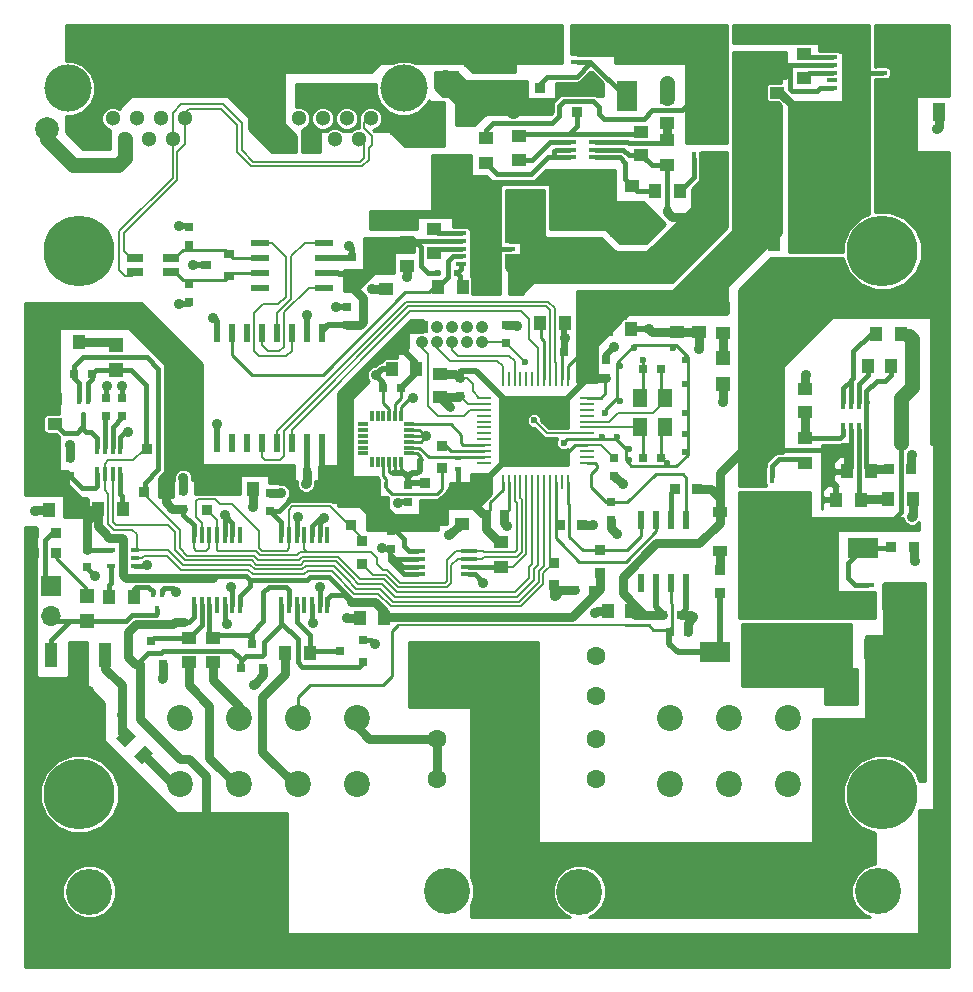
<source format=gbl>
G04 #@! TF.FileFunction,Copper,L4,Bot,Signal*
%FSLAX46Y46*%
G04 Gerber Fmt 4.6, Leading zero omitted, Abs format (unit mm)*
G04 Created by KiCad (PCBNEW 4.0.7-e0-6372~58~ubuntu16.10.1) date Tue Oct  3 15:09:46 2017*
%MOMM*%
%LPD*%
G01*
G04 APERTURE LIST*
%ADD10C,0.150000*%
%ADD11R,3.500000X1.600000*%
%ADD12R,1.000000X1.250000*%
%ADD13R,2.499360X1.800860*%
%ADD14R,1.250000X1.000000*%
%ADD15R,1.198880X1.198880*%
%ADD16R,1.800860X2.499360*%
%ADD17R,1.050000X1.050000*%
%ADD18C,1.050000*%
%ADD19R,0.400000X0.800000*%
%ADD20R,0.420000X1.300000*%
%ADD21R,0.660400X0.406400*%
%ADD22R,0.450000X1.450000*%
%ADD23R,1.300000X0.250000*%
%ADD24R,0.250000X1.300000*%
%ADD25R,1.450000X0.450000*%
%ADD26R,0.600000X1.550000*%
%ADD27R,0.800100X0.800100*%
%ADD28C,6.000000*%
%ADD29R,3.657600X2.032000*%
%ADD30R,1.016000X2.032000*%
%ADD31R,1.600000X3.500000*%
%ADD32R,0.750000X0.800000*%
%ADD33R,0.900000X0.800000*%
%ADD34R,1.300000X1.000000*%
%ADD35R,1.000000X1.300000*%
%ADD36R,0.900000X0.900000*%
%ADD37R,1.550000X0.600000*%
%ADD38R,0.800000X0.750000*%
%ADD39C,1.300000*%
%ADD40C,4.000000*%
%ADD41C,2.000000*%
%ADD42R,0.890000X0.420000*%
%ADD43R,0.825000X0.712500*%
%ADD44R,1.400000X0.800000*%
%ADD45R,1.300000X1.600000*%
%ADD46R,0.405000X1.300000*%
%ADD47R,2.235000X1.725000*%
%ADD48R,1.300000X0.405000*%
%ADD49R,1.725000X2.235000*%
%ADD50R,1.300000X0.420000*%
%ADD51R,0.600000X1.500000*%
%ADD52C,1.600000*%
%ADD53R,1.700000X1.700000*%
%ADD54O,1.700000X1.700000*%
%ADD55R,1.200000X0.900000*%
%ADD56R,0.300000X0.850000*%
%ADD57R,0.850000X0.300000*%
%ADD58R,0.400000X0.600000*%
%ADD59R,0.600000X0.400000*%
%ADD60C,2.200000*%
%ADD61C,3.900000*%
%ADD62R,1.600000X1.000000*%
%ADD63R,1.000000X1.600000*%
%ADD64R,1.200000X1.200000*%
%ADD65C,0.600000*%
%ADD66C,0.889000*%
%ADD67C,0.200000*%
%ADD68C,0.762000*%
%ADD69C,0.508000*%
%ADD70C,0.254000*%
%ADD71C,0.400000*%
%ADD72C,1.270000*%
G04 APERTURE END LIST*
D10*
D11*
X74400000Y-12300000D03*
X69000000Y-12300000D03*
D12*
X72250000Y-56500000D03*
X70250000Y-56500000D03*
D13*
X67326020Y-44625000D03*
X71323980Y-44625000D03*
D14*
X66450000Y-31180000D03*
X66450000Y-33180000D03*
D12*
X4475000Y-41400000D03*
X2475000Y-41400000D03*
X73750000Y-29250000D03*
X71750000Y-29250000D03*
D14*
X42200000Y-9800000D03*
X42200000Y-11800000D03*
X66350000Y-4850000D03*
X66350000Y-2850000D03*
D15*
X8100000Y-27450980D03*
X8100000Y-29549020D03*
X5625000Y-48750980D03*
X5625000Y-50849020D03*
D16*
X51400000Y-2401020D03*
X51400000Y-6398980D03*
D13*
X72748980Y-53250000D03*
X68751020Y-53250000D03*
D16*
X40000000Y-2801020D03*
X40000000Y-6798980D03*
D17*
X34050000Y-25950000D03*
D18*
X35320000Y-25950000D03*
X36590000Y-25950000D03*
X37860000Y-25950000D03*
X39130000Y-25950000D03*
X35320000Y-27220000D03*
X36590000Y-27220000D03*
X37860000Y-27220000D03*
X39130000Y-27220000D03*
X34050000Y-27220000D03*
D19*
X5750000Y-32125000D03*
X4950000Y-32125000D03*
X5350000Y-33525000D03*
X12000000Y-48475000D03*
X11200000Y-48475000D03*
X11600000Y-49875000D03*
D20*
X6525000Y-36075000D03*
X7175000Y-36075000D03*
X7825000Y-36075000D03*
X8475000Y-36075000D03*
X8475000Y-38425000D03*
X7825000Y-38425000D03*
X7175000Y-38425000D03*
X6525000Y-38425000D03*
D21*
X9741000Y-44839600D03*
X9741000Y-46160400D03*
X9741000Y-45500000D03*
X7709000Y-46160400D03*
X7709000Y-44839600D03*
D22*
X22100000Y-43550000D03*
X22750000Y-43550000D03*
X23400000Y-43550000D03*
X24050000Y-43550000D03*
X24700000Y-43550000D03*
X25350000Y-43550000D03*
X26000000Y-43550000D03*
X26000000Y-49450000D03*
X25350000Y-49450000D03*
X24700000Y-49450000D03*
X24050000Y-49450000D03*
X23400000Y-49450000D03*
X22750000Y-49450000D03*
X22100000Y-49450000D03*
X14700000Y-43550000D03*
X15350000Y-43550000D03*
X16000000Y-43550000D03*
X16650000Y-43550000D03*
X17300000Y-43550000D03*
X17950000Y-43550000D03*
X18600000Y-43550000D03*
X18600000Y-49450000D03*
X17950000Y-49450000D03*
X17300000Y-49450000D03*
X16650000Y-49450000D03*
X16000000Y-49450000D03*
X15350000Y-49450000D03*
X14700000Y-49450000D03*
D23*
X47950000Y-31950000D03*
X47950000Y-32450000D03*
X47950000Y-32950000D03*
X47950000Y-33450000D03*
X47950000Y-33950000D03*
X47950000Y-34450000D03*
X47950000Y-34950000D03*
X47950000Y-35450000D03*
X47950000Y-35950000D03*
X47950000Y-36450000D03*
X47950000Y-36950000D03*
X47950000Y-37450000D03*
D24*
X46350000Y-39050000D03*
X45850000Y-39050000D03*
X45350000Y-39050000D03*
X44850000Y-39050000D03*
X44350000Y-39050000D03*
X43850000Y-39050000D03*
X43350000Y-39050000D03*
X42850000Y-39050000D03*
X42350000Y-39050000D03*
X41850000Y-39050000D03*
X41350000Y-39050000D03*
X40850000Y-39050000D03*
D23*
X39250000Y-37450000D03*
X39250000Y-36950000D03*
X39250000Y-36450000D03*
X39250000Y-35950000D03*
X39250000Y-35450000D03*
X39250000Y-34950000D03*
X39250000Y-34450000D03*
X39250000Y-33950000D03*
X39250000Y-33450000D03*
X39250000Y-32950000D03*
X39250000Y-32450000D03*
X39250000Y-31950000D03*
D24*
X40850000Y-30350000D03*
X41350000Y-30350000D03*
X41850000Y-30350000D03*
X42350000Y-30350000D03*
X42850000Y-30350000D03*
X43350000Y-30350000D03*
X43850000Y-30350000D03*
X44350000Y-30350000D03*
X44850000Y-30350000D03*
X45350000Y-30350000D03*
X45850000Y-30350000D03*
X46350000Y-30350000D03*
D25*
X38000000Y-44925000D03*
X38000000Y-45575000D03*
X38000000Y-46225000D03*
X38000000Y-46875000D03*
X33600000Y-46875000D03*
X33600000Y-46225000D03*
X33600000Y-45575000D03*
X33600000Y-44925000D03*
D13*
X58851020Y-53500000D03*
X62848980Y-53500000D03*
D26*
X52595000Y-42250000D03*
X53865000Y-42250000D03*
X55135000Y-42250000D03*
X56405000Y-42250000D03*
X56405000Y-47650000D03*
X55135000Y-47650000D03*
X53865000Y-47650000D03*
X52595000Y-47650000D03*
D27*
X12050000Y-54500760D03*
X10150000Y-54500760D03*
X11100000Y-52501780D03*
X29050760Y-52450000D03*
X29050760Y-54350000D03*
X27051780Y-53400000D03*
X20550000Y-54800760D03*
X18650000Y-54800760D03*
X19600000Y-52801780D03*
D28*
X5000000Y-19500000D03*
X73000000Y-65500000D03*
X73000000Y-19500000D03*
X5000000Y-65500000D03*
D29*
X4900000Y-60302000D03*
D30*
X4900000Y-53698000D03*
X7186000Y-53698000D03*
X2614000Y-53698000D03*
D14*
X36000000Y-2750000D03*
X36000000Y-4750000D03*
D31*
X47200000Y-20100000D03*
X47200000Y-14700000D03*
D12*
X63750000Y-8000000D03*
X65750000Y-8000000D03*
D14*
X30975000Y-19150000D03*
X30975000Y-17150000D03*
D32*
X14300000Y-18975000D03*
X14300000Y-17475000D03*
X28100000Y-20025000D03*
X28100000Y-21525000D03*
X14300000Y-22325000D03*
X14300000Y-23825000D03*
D33*
X17690000Y-19740000D03*
X17690000Y-21640000D03*
X15690000Y-20690000D03*
D34*
X54800000Y-10150000D03*
X54800000Y-12250000D03*
D35*
X75580000Y-40510000D03*
X73480000Y-40510000D03*
D36*
X75650000Y-44600000D03*
X73750000Y-44600000D03*
D34*
X54800000Y-6550000D03*
X54800000Y-8650000D03*
D36*
X44000000Y-7650000D03*
X44000000Y-5750000D03*
X75425000Y-37950000D03*
X73525000Y-37950000D03*
X47100000Y-5850000D03*
X47100000Y-7750000D03*
D37*
X25700000Y-18795000D03*
X25700000Y-20065000D03*
X25700000Y-21335000D03*
X25700000Y-22605000D03*
X20300000Y-22605000D03*
X20300000Y-21335000D03*
X20300000Y-20065000D03*
X20300000Y-18795000D03*
D14*
X51800000Y-16000000D03*
X51800000Y-14000000D03*
D12*
X69990000Y-38160000D03*
X71990000Y-38160000D03*
D14*
X52600000Y-11400000D03*
X52600000Y-9400000D03*
X35000000Y-19675000D03*
X35000000Y-17675000D03*
D38*
X4575000Y-29900000D03*
X6075000Y-29900000D03*
D32*
X7250000Y-33450000D03*
X7250000Y-31950000D03*
X8650000Y-33450000D03*
X8650000Y-31950000D03*
X4250000Y-37075000D03*
X4250000Y-38575000D03*
D38*
X54250000Y-37000000D03*
X52750000Y-37000000D03*
X52750000Y-29500000D03*
X54250000Y-29500000D03*
D32*
X50000000Y-40800000D03*
X50000000Y-42300000D03*
D38*
X55950000Y-50300000D03*
X54450000Y-50300000D03*
X55000000Y-51750000D03*
X56500000Y-51750000D03*
D32*
X37200000Y-30250000D03*
X37200000Y-31750000D03*
D38*
X47550000Y-28050000D03*
X46050000Y-28050000D03*
D32*
X50250000Y-37025000D03*
X50250000Y-38525000D03*
D38*
X39450000Y-41800000D03*
X40950000Y-41800000D03*
D32*
X41150000Y-27300000D03*
X41150000Y-25800000D03*
X49625000Y-30225000D03*
X49625000Y-28725000D03*
X21150000Y-41500000D03*
X21150000Y-40000000D03*
X13775000Y-41325000D03*
X13775000Y-39825000D03*
X31400000Y-43250000D03*
X31400000Y-44750000D03*
X5625000Y-44775000D03*
X5625000Y-46275000D03*
D39*
X13925000Y-8290000D03*
X7835000Y-8290000D03*
X11895000Y-8290000D03*
X9865000Y-8290000D03*
X12905000Y-10070000D03*
X10875000Y-10070000D03*
X8845000Y-10070000D03*
X6815000Y-10070000D03*
D40*
X32475000Y-5750000D03*
D41*
X2250000Y-9180000D03*
D39*
X22565000Y-10070000D03*
X24595000Y-10070000D03*
X26625000Y-10070000D03*
X28655000Y-10070000D03*
X25615000Y-8290000D03*
X27645000Y-8290000D03*
X23585000Y-8290000D03*
X29675000Y-8290000D03*
D40*
X4025000Y-5750000D03*
D41*
X34250000Y-9180000D03*
D34*
X66450000Y-35375000D03*
X66450000Y-37475000D03*
D35*
X53750000Y-14400000D03*
X55850000Y-14400000D03*
X72450000Y-26500000D03*
X74550000Y-26500000D03*
X71150000Y-40580000D03*
X69050000Y-40580000D03*
D34*
X39400000Y-12050000D03*
X39400000Y-9950000D03*
D36*
X45700000Y-42750000D03*
X47600000Y-42750000D03*
X57325000Y-39700000D03*
X55425000Y-39700000D03*
X49060000Y-46770000D03*
X49060000Y-44870000D03*
D34*
X40700000Y-44150000D03*
X40700000Y-46250000D03*
X2950000Y-32050000D03*
X2950000Y-34150000D03*
D35*
X22425000Y-53550000D03*
X24525000Y-53550000D03*
D34*
X14300000Y-54350000D03*
X14300000Y-52250000D03*
D35*
X4950000Y-27250000D03*
X2850000Y-27250000D03*
D34*
X16300000Y-54350000D03*
X16300000Y-52250000D03*
D42*
X72930000Y-2475000D03*
X72930000Y-3125000D03*
X72930000Y-3775000D03*
X72930000Y-4425000D03*
X72930000Y-5075000D03*
X72930000Y-5725000D03*
X68720000Y-5725000D03*
X68720000Y-5075000D03*
X68720000Y-4425000D03*
X68720000Y-3775000D03*
X68720000Y-3125000D03*
X68720000Y-2475000D03*
D43*
X70412500Y-5168750D03*
X70412500Y-4456250D03*
X70412500Y-3743750D03*
X70412500Y-3031250D03*
X71237500Y-5168750D03*
X71237500Y-4456250D03*
X71237500Y-3743750D03*
X71237500Y-3031250D03*
D42*
X41505000Y-17375000D03*
X41505000Y-18025000D03*
X41505000Y-18675000D03*
X41505000Y-19325000D03*
X41505000Y-19975000D03*
X41505000Y-20625000D03*
X37295000Y-20625000D03*
X37295000Y-19975000D03*
X37295000Y-19325000D03*
X37295000Y-18675000D03*
X37295000Y-18025000D03*
X37295000Y-17375000D03*
D43*
X38987500Y-20068750D03*
X38987500Y-19356250D03*
X38987500Y-18643750D03*
X38987500Y-17931250D03*
X39812500Y-20068750D03*
X39812500Y-19356250D03*
X39812500Y-18643750D03*
X39812500Y-17931250D03*
D44*
X12750000Y-20100000D03*
X9750000Y-21300000D03*
X12750000Y-21300000D03*
X9750000Y-20100000D03*
D45*
X52450000Y-34450000D03*
X52450000Y-31950000D03*
X54550000Y-31950000D03*
X54550000Y-34450000D03*
D38*
X25750000Y-38200000D03*
X24250000Y-38200000D03*
D32*
X27675000Y-25775000D03*
X27675000Y-24275000D03*
D35*
X37450000Y-22600000D03*
X35350000Y-22600000D03*
D46*
X63635000Y-42020000D03*
X62985000Y-42020000D03*
X62335000Y-42020000D03*
X61685000Y-42020000D03*
X61685000Y-38535000D03*
X62335000Y-38535000D03*
X62985000Y-38535000D03*
X63635000Y-38535000D03*
D47*
X62660000Y-40670000D03*
D46*
X57025000Y-8250000D03*
X57675000Y-8250000D03*
X58325000Y-8250000D03*
X58975000Y-8250000D03*
X58975000Y-11735000D03*
X58325000Y-11735000D03*
X57675000Y-11735000D03*
X57025000Y-11735000D03*
D47*
X58000000Y-9600000D03*
D48*
X75200000Y-47825000D03*
X75200000Y-48475000D03*
X75200000Y-49125000D03*
X75200000Y-49775000D03*
X71715000Y-49775000D03*
X71715000Y-49125000D03*
X71715000Y-48475000D03*
X71715000Y-47825000D03*
D49*
X73850000Y-48800000D03*
D48*
X43750000Y-3475000D03*
X43750000Y-2825000D03*
X43750000Y-2175000D03*
X43750000Y-1525000D03*
X47235000Y-1525000D03*
X47235000Y-2175000D03*
X47235000Y-2825000D03*
X47235000Y-3475000D03*
D49*
X45100000Y-2500000D03*
D20*
X69700000Y-32300000D03*
X70350000Y-32300000D03*
X71000000Y-32300000D03*
X71650000Y-32300000D03*
X71650000Y-34650000D03*
X71000000Y-34650000D03*
X70350000Y-34650000D03*
X69700000Y-34650000D03*
D50*
X46425000Y-11575000D03*
X46425000Y-10925000D03*
X46425000Y-10275000D03*
X46425000Y-9625000D03*
X48775000Y-9625000D03*
X48775000Y-10275000D03*
X48775000Y-10925000D03*
X48775000Y-11575000D03*
D51*
X25520000Y-35750000D03*
X24250000Y-35750000D03*
X22980000Y-35750000D03*
X21710000Y-35750000D03*
X20440000Y-35750000D03*
X19170000Y-35750000D03*
X17900000Y-35750000D03*
X16630000Y-35750000D03*
X16630000Y-26450000D03*
X17900000Y-26450000D03*
X19170000Y-26450000D03*
X20440000Y-26450000D03*
X21710000Y-26450000D03*
X22980000Y-26450000D03*
X24250000Y-26450000D03*
X25520000Y-26450000D03*
D35*
X7550000Y-48800000D03*
X9650000Y-48800000D03*
D52*
X48735000Y-53800000D03*
X48735000Y-57200000D03*
X35265000Y-53800000D03*
X35265000Y-57200000D03*
X48735000Y-60800000D03*
X48735000Y-64200000D03*
X35265000Y-60800000D03*
X35265000Y-64200000D03*
D53*
X2625000Y-47875000D03*
D54*
X2625000Y-50415000D03*
D36*
X59250000Y-48450000D03*
X59250000Y-46550000D03*
X3050000Y-45075000D03*
X1150000Y-45075000D03*
X3050000Y-43400000D03*
X1150000Y-43400000D03*
D55*
X59250000Y-44900000D03*
X59250000Y-41600000D03*
D56*
X29750000Y-33450000D03*
X30250000Y-33450000D03*
X30750000Y-33450000D03*
X31250000Y-33450000D03*
X31750000Y-33450000D03*
X32250000Y-33450000D03*
D57*
X32950000Y-34150000D03*
X32950000Y-34650000D03*
X32950000Y-35150000D03*
X32950000Y-35650000D03*
X32950000Y-36150000D03*
X32950000Y-36650000D03*
D56*
X32250000Y-37350000D03*
X31750000Y-37350000D03*
X31250000Y-37350000D03*
X30750000Y-37350000D03*
X30250000Y-37350000D03*
X29750000Y-37350000D03*
D57*
X29050000Y-36650000D03*
X29050000Y-36150000D03*
X29050000Y-35650000D03*
X29050000Y-35150000D03*
X29050000Y-34650000D03*
X29050000Y-34150000D03*
D32*
X32800000Y-39300000D03*
X32800000Y-40800000D03*
D12*
X33500000Y-29500000D03*
X31500000Y-29500000D03*
D36*
X34300000Y-41050000D03*
X34300000Y-39150000D03*
D58*
X30100000Y-39300000D03*
X31000000Y-39300000D03*
D59*
X37100000Y-37050000D03*
X37100000Y-37950000D03*
D36*
X35700000Y-37900000D03*
X35700000Y-36000000D03*
D60*
X28500000Y-59050000D03*
X28500000Y-64650000D03*
X23500000Y-64650000D03*
X23500000Y-59050000D03*
X18500000Y-59050000D03*
X13500000Y-59050000D03*
X18500000Y-64650000D03*
D61*
X36150000Y-73700000D03*
D60*
X13500000Y-64650000D03*
D61*
X5850000Y-73750000D03*
D60*
X65000000Y-64650000D03*
X65000000Y-59050000D03*
X60000000Y-59050000D03*
X55000000Y-59050000D03*
X60000000Y-64650000D03*
D61*
X72650000Y-73700000D03*
D60*
X55000000Y-64650000D03*
D61*
X47350000Y-73750000D03*
D12*
X49750000Y-50000000D03*
X51750000Y-50000000D03*
D36*
X28000000Y-40825000D03*
X28000000Y-42725000D03*
X15775000Y-39525000D03*
X15775000Y-41425000D03*
X12350000Y-39900000D03*
X10450000Y-39900000D03*
X45200000Y-45900000D03*
X45200000Y-47800000D03*
X10750000Y-36300000D03*
X12650000Y-36300000D03*
D35*
X6600000Y-41375000D03*
X8700000Y-41375000D03*
D14*
X35580000Y-29900000D03*
X35580000Y-31900000D03*
D36*
X28925000Y-45975000D03*
X28925000Y-44075000D03*
D14*
X32750000Y-20750000D03*
X32750000Y-18750000D03*
X30975000Y-22750000D03*
X30975000Y-20750000D03*
X62300000Y-1300000D03*
X62300000Y-3300000D03*
X64100000Y-6100000D03*
X64100000Y-4100000D03*
D62*
X51900000Y-21425000D03*
X51900000Y-18425000D03*
D63*
X41550000Y-15150000D03*
X38550000Y-15150000D03*
D10*
G36*
X54517678Y-17487348D02*
X53987348Y-18017678D01*
X53421662Y-17451992D01*
X53951992Y-16921662D01*
X54517678Y-17487348D01*
X54517678Y-17487348D01*
G37*
G36*
X55578338Y-18548008D02*
X55048008Y-19078338D01*
X54482322Y-18512652D01*
X55012652Y-17982322D01*
X55578338Y-18548008D01*
X55578338Y-18548008D01*
G37*
D63*
X73000000Y-7750000D03*
X70000000Y-7750000D03*
X74750000Y-7750000D03*
X77750000Y-7750000D03*
D38*
X71250000Y-1000000D03*
X72750000Y-1000000D03*
D12*
X49700000Y-26100000D03*
X51700000Y-26100000D03*
D14*
X37400000Y-40600000D03*
X37400000Y-42600000D03*
D12*
X19700000Y-39700000D03*
X17700000Y-39700000D03*
X28800000Y-50600000D03*
X30800000Y-50600000D03*
D38*
X48500000Y-48250000D03*
X47000000Y-48250000D03*
D10*
G36*
X11255635Y-62036396D02*
X10336396Y-62955635D01*
X9629289Y-62248528D01*
X10548528Y-61329289D01*
X11255635Y-62036396D01*
X11255635Y-62036396D01*
G37*
G36*
X9770711Y-60551472D02*
X8851472Y-61470711D01*
X8144365Y-60763604D01*
X9063604Y-59844365D01*
X9770711Y-60551472D01*
X9770711Y-60551472D01*
G37*
D38*
X30750000Y-31100000D03*
X32250000Y-31100000D03*
D12*
X63800000Y-18900000D03*
X65800000Y-18900000D03*
D14*
X55600000Y-24400000D03*
X55600000Y-26400000D03*
D12*
X63800000Y-16900000D03*
X65800000Y-16900000D03*
D14*
X57500000Y-24400000D03*
X57500000Y-26400000D03*
D64*
X59500000Y-28600000D03*
X59500000Y-30800000D03*
D34*
X59500000Y-26450000D03*
X59500000Y-24350000D03*
D35*
X46100000Y-25600000D03*
X44000000Y-25600000D03*
D65*
X42750000Y-28900000D03*
D66*
X48500000Y-42750000D03*
X53200000Y-26075000D03*
X57500000Y-27800000D03*
X59500000Y-32300000D03*
X71000000Y-15900000D03*
X69600000Y-17300000D03*
X67200000Y-18900000D03*
X30100000Y-30000000D03*
X33250000Y-32000000D03*
X66500000Y-30000000D03*
X68750000Y-57250000D03*
X64000000Y-51900000D03*
X62000000Y-51900000D03*
X61700000Y-55400000D03*
X63700000Y-55300000D03*
X67900000Y-55600000D03*
X69700000Y-55000000D03*
X65600000Y-54500000D03*
X65600000Y-51900000D03*
X67500000Y-51800000D03*
X69600000Y-51700000D03*
X16700000Y-34200000D03*
X13800000Y-38700000D03*
X24200000Y-39200000D03*
X9100000Y-34800000D03*
X19700000Y-41200000D03*
X45250000Y-48700000D03*
X39200000Y-47600000D03*
X30600000Y-44700000D03*
X36300000Y-43600000D03*
X41200000Y-42800000D03*
X27700000Y-50600000D03*
X63750000Y-1250000D03*
X66250000Y-1250000D03*
X68500000Y-1500000D03*
X70250000Y-1000000D03*
X68750000Y-7750000D03*
X71250000Y-7000000D03*
X65750000Y-9750000D03*
X65750000Y-15250000D03*
X67000000Y-8000000D03*
X67250000Y-13750000D03*
X68750000Y-13750000D03*
X70250000Y-13750000D03*
X67250000Y-10750000D03*
X68750000Y-10750000D03*
X70250000Y-10750000D03*
X77600000Y-9200000D03*
D65*
X70200000Y-5400000D03*
X71400000Y-5400000D03*
X71400000Y-3200000D03*
X70200000Y-3200000D03*
D66*
X70800000Y-4200000D03*
D65*
X36400000Y-32730000D03*
X52750000Y-28750000D03*
D66*
X51000000Y-39250000D03*
X50300000Y-27650000D03*
X46125000Y-26850000D03*
X10775000Y-46125000D03*
X75500000Y-36750000D03*
X75500000Y-42000000D03*
X31950000Y-40850000D03*
X34350000Y-35200000D03*
D65*
X46000000Y-35750000D03*
X49250000Y-35250000D03*
X50500000Y-35250000D03*
X51500000Y-36250000D03*
X51500000Y-37250000D03*
X54750000Y-37500000D03*
X56250000Y-36500000D03*
X56250000Y-35000000D03*
X56250000Y-33250000D03*
X56250000Y-30750000D03*
X56250000Y-28750000D03*
X55250000Y-27750000D03*
X52000000Y-27750000D03*
X50750000Y-29250000D03*
X50750000Y-32250000D03*
X49500000Y-33250000D03*
D66*
X1275000Y-41525000D03*
X13225000Y-48375000D03*
X42050000Y-25850000D03*
X8650000Y-30950000D03*
X7375000Y-30950000D03*
X6350000Y-47050000D03*
X50500000Y-43475000D03*
X22100000Y-40000000D03*
X17350000Y-41900000D03*
X23500000Y-42050000D03*
X25725000Y-42125000D03*
X25350000Y-48000000D03*
X17850000Y-47950000D03*
X57000000Y-50500000D03*
X4225000Y-35975000D03*
X75750000Y-45750000D03*
X48650000Y-50150000D03*
X24750000Y-51000000D03*
X30000000Y-52750000D03*
X19750000Y-56250000D03*
X12050000Y-55700000D03*
X17500000Y-51100000D03*
D65*
X43500000Y-33850000D03*
D66*
X48250000Y-5250000D03*
X54750000Y-5250000D03*
X36750000Y-6000000D03*
X38250000Y-8250000D03*
X41750000Y-7664998D03*
X41750000Y-6250000D03*
X38250000Y-6000000D03*
X40000000Y-15000000D03*
X35500000Y-13750000D03*
X35500000Y-12250000D03*
X37500000Y-12000000D03*
X53250000Y-16500000D03*
X50250000Y-16000000D03*
X45500000Y-16500000D03*
X45500000Y-15000000D03*
X45500000Y-13500000D03*
X48750000Y-13500000D03*
X48750000Y-15000000D03*
X48750000Y-16500000D03*
D65*
X39750000Y-20000000D03*
D66*
X40250000Y-22000000D03*
X38750000Y-21500000D03*
X29750000Y-22750000D03*
X32750000Y-21750000D03*
X32250000Y-17000000D03*
X37250000Y-15250000D03*
X40100000Y-16900000D03*
D65*
X39750000Y-18000000D03*
D66*
X38500000Y-16800000D03*
D65*
X39000000Y-20000000D03*
X39000000Y-18000000D03*
D66*
X39350000Y-18975000D03*
X50250000Y-18000000D03*
X51800000Y-17150000D03*
X26750000Y-24275000D03*
X24250000Y-24925000D03*
X16300000Y-25150000D03*
X13400000Y-24000000D03*
X13400000Y-17400000D03*
X14600000Y-20700000D03*
X27850000Y-19050000D03*
X5800000Y-56800000D03*
D65*
X35350000Y-21400000D03*
X36950000Y-21400000D03*
D66*
X8600000Y-58800000D03*
D67*
X42750000Y-28900000D02*
X41150000Y-27300000D01*
X39130000Y-27220000D02*
X41070000Y-27220000D01*
X41070000Y-27220000D02*
X41150000Y-27300000D01*
X38000000Y-45575000D02*
X37025000Y-45575000D01*
X29868990Y-46918990D02*
X28925000Y-45975000D01*
X30944824Y-46918990D02*
X29868990Y-46918990D01*
X32025826Y-47999992D02*
X30944824Y-46918990D01*
X36100000Y-47999992D02*
X32025826Y-47999992D01*
X36500000Y-47599992D02*
X36100000Y-47999992D01*
X36500000Y-46100000D02*
X36500000Y-47599992D01*
X37025000Y-45575000D02*
X36500000Y-46100000D01*
X42350000Y-39050000D02*
X42350000Y-40400002D01*
X39125000Y-45575000D02*
X38000000Y-45575000D01*
X39300000Y-45400000D02*
X39125000Y-45575000D01*
X42034312Y-45400000D02*
X39300000Y-45400000D01*
X42449998Y-44984314D02*
X42034312Y-45400000D01*
X42449998Y-40500000D02*
X42449998Y-44984314D01*
X42350000Y-40400002D02*
X42449998Y-40500000D01*
X38000000Y-44925000D02*
X36875000Y-44925000D01*
X29700000Y-45000000D02*
X24300000Y-45000000D01*
X30200000Y-45500000D02*
X29700000Y-45000000D01*
X30200000Y-46000000D02*
X30200000Y-45500000D01*
X30700000Y-46500000D02*
X30200000Y-46000000D01*
X31091522Y-46500000D02*
X30700000Y-46500000D01*
X32191512Y-47599990D02*
X31091522Y-46500000D01*
X35934314Y-47599990D02*
X32191512Y-47599990D01*
X36099998Y-47434306D02*
X35934314Y-47599990D01*
X36099998Y-45700002D02*
X36099998Y-47434306D01*
X36875000Y-44925000D02*
X36099998Y-45700002D01*
X38000000Y-44925000D02*
X39225002Y-44925000D01*
X41850000Y-40650000D02*
X41850000Y-39050000D01*
X42049996Y-40849996D02*
X41850000Y-40650000D01*
X42049996Y-44818628D02*
X42049996Y-40849996D01*
X41868626Y-44999998D02*
X42049996Y-44818628D01*
X39300000Y-44999998D02*
X41868626Y-44999998D01*
X39225002Y-44925000D02*
X39300000Y-44999998D01*
X16650000Y-43550000D02*
X16650000Y-42300000D01*
X16650000Y-42300000D02*
X15775000Y-41425000D01*
X24450000Y-45000000D02*
X23675000Y-45000000D01*
X24300000Y-45000000D02*
X24450000Y-45000000D01*
X23675000Y-45000000D02*
X23399998Y-45275002D01*
X23399998Y-45275002D02*
X20334314Y-45275002D01*
X20334314Y-45275002D02*
X19959312Y-44900000D01*
X19959312Y-44900000D02*
X16750000Y-44900000D01*
X16750000Y-44900000D02*
X16650000Y-44800000D01*
X16650000Y-44800000D02*
X16650000Y-43550000D01*
X24050000Y-43550000D02*
X24050000Y-44750000D01*
X24050000Y-44750000D02*
X24300000Y-45000000D01*
X39800000Y-28800000D02*
X36400000Y-28800000D01*
X40850000Y-29250000D02*
X40400000Y-28800000D01*
X40400000Y-28800000D02*
X39800000Y-28800000D01*
X40850000Y-30350000D02*
X40850000Y-29250000D01*
X36400000Y-28800000D02*
X35320000Y-27720000D01*
X35320000Y-27720000D02*
X35320000Y-27220000D01*
X39250000Y-32950000D02*
X38050000Y-32950000D01*
X34050000Y-27750000D02*
X34050000Y-27220000D01*
X34500000Y-28200000D02*
X34050000Y-27750000D01*
X34500000Y-32600000D02*
X34500000Y-28200000D01*
X35350000Y-33450000D02*
X34500000Y-32600000D01*
X37550000Y-33450000D02*
X35350000Y-33450000D01*
X38050000Y-32950000D02*
X37550000Y-33450000D01*
X36590000Y-27220000D02*
X36590000Y-27890000D01*
X41850000Y-28850000D02*
X41850000Y-30350000D01*
X41399998Y-28399998D02*
X41850000Y-28850000D01*
X37099998Y-28399998D02*
X41399998Y-28399998D01*
X36590000Y-27890000D02*
X37099998Y-28399998D01*
D68*
X47600000Y-42750000D02*
X48500000Y-42750000D01*
X55600000Y-26400000D02*
X53525000Y-26400000D01*
D69*
X53175000Y-26100000D02*
X53200000Y-26075000D01*
X53175000Y-26100000D02*
X52200000Y-26100000D01*
D68*
X53525000Y-26400000D02*
X53200000Y-26075000D01*
X57500000Y-26400000D02*
X57500000Y-27800000D01*
X57500000Y-26400000D02*
X55600000Y-26400000D01*
X59500000Y-30800000D02*
X59500000Y-32300000D01*
X65800000Y-18900000D02*
X67200000Y-18900000D01*
X69600000Y-17300000D02*
X71000000Y-15900000D01*
D70*
X31250000Y-33450000D02*
X31250000Y-32850000D01*
X30750000Y-32350000D02*
X30750000Y-31100000D01*
X31250000Y-32850000D02*
X30750000Y-32350000D01*
D69*
X30750000Y-31100000D02*
X30750000Y-30650000D01*
X30600000Y-29500000D02*
X30100000Y-30000000D01*
X30600000Y-29500000D02*
X31500000Y-29500000D01*
X30750000Y-30650000D02*
X30100000Y-30000000D01*
D70*
X32250000Y-33450000D02*
X32250000Y-32750000D01*
X33000000Y-32000000D02*
X33250000Y-32000000D01*
X32250000Y-32750000D02*
X33000000Y-32000000D01*
D68*
X66450000Y-31180000D02*
X66450000Y-30050000D01*
X66450000Y-30050000D02*
X66500000Y-30000000D01*
X69500000Y-56500000D02*
X68750000Y-57250000D01*
X69500000Y-56500000D02*
X70250000Y-56500000D01*
X62848980Y-53500000D02*
X62848980Y-53051020D01*
X62848980Y-53051020D02*
X64000000Y-51900000D01*
X62848980Y-53500000D02*
X62848980Y-52748980D01*
X62848980Y-52748980D02*
X62000000Y-51900000D01*
X62848980Y-53500000D02*
X62848980Y-54251020D01*
X62848980Y-54251020D02*
X61700000Y-55400000D01*
X62848980Y-53500000D02*
X62848980Y-54448980D01*
X62848980Y-54448980D02*
X63700000Y-55300000D01*
X68751020Y-53250000D02*
X68751020Y-54748980D01*
X68751020Y-54748980D02*
X67900000Y-55600000D01*
X68751020Y-53250000D02*
X68751020Y-54051020D01*
X68751020Y-54051020D02*
X69700000Y-55000000D01*
X68751020Y-53250000D02*
X66850000Y-53250000D01*
X66850000Y-53250000D02*
X65600000Y-54500000D01*
X68751020Y-53250000D02*
X66950000Y-53250000D01*
X66950000Y-53250000D02*
X65600000Y-51900000D01*
X68751020Y-53250000D02*
X68751020Y-53051020D01*
X68751020Y-53051020D02*
X67500000Y-51800000D01*
X68751020Y-53250000D02*
X68751020Y-52548980D01*
X68751020Y-52548980D02*
X69600000Y-51700000D01*
D69*
X16630000Y-35750000D02*
X16630000Y-34270000D01*
X16630000Y-34270000D02*
X16700000Y-34200000D01*
D68*
X13775000Y-39825000D02*
X13775000Y-38725000D01*
D69*
X13775000Y-38725000D02*
X13800000Y-38700000D01*
D68*
X24250000Y-38200000D02*
X24250000Y-39150000D01*
D69*
X24250000Y-39150000D02*
X24200000Y-39200000D01*
X24250000Y-35750000D02*
X24250000Y-38200000D01*
D71*
X8475000Y-36075000D02*
X8475000Y-35225000D01*
X8900000Y-34800000D02*
X9100000Y-34800000D01*
X8475000Y-35225000D02*
X8900000Y-34800000D01*
D68*
X19700000Y-39700000D02*
X19700000Y-41200000D01*
X47000000Y-48250000D02*
X45700000Y-48250000D01*
X45200000Y-48650000D02*
X45250000Y-48700000D01*
X45200000Y-48650000D02*
X45200000Y-47800000D01*
X45700000Y-48250000D02*
X45250000Y-48700000D01*
D71*
X38000000Y-46875000D02*
X38475000Y-46875000D01*
X38475000Y-46875000D02*
X39200000Y-47600000D01*
X31400000Y-44750000D02*
X30650000Y-44750000D01*
X30650000Y-44750000D02*
X30600000Y-44700000D01*
X33600000Y-46875000D02*
X32475000Y-46875000D01*
X31300000Y-45700000D02*
X31300000Y-45150000D01*
X32475000Y-46875000D02*
X31300000Y-45700000D01*
X33600000Y-46225000D02*
X32375000Y-46225000D01*
X32375000Y-46225000D02*
X31725000Y-45575000D01*
X33600000Y-45575000D02*
X31725000Y-45575000D01*
X31725000Y-45575000D02*
X31300000Y-45150000D01*
D68*
X37400000Y-42600000D02*
X37300000Y-42600000D01*
X37300000Y-42600000D02*
X36300000Y-43600000D01*
X40950000Y-41800000D02*
X40950000Y-42550000D01*
X40950000Y-42550000D02*
X41200000Y-42800000D01*
D70*
X41350000Y-39050000D02*
X41350000Y-41400000D01*
X41350000Y-41400000D02*
X40950000Y-41800000D01*
D68*
X28800000Y-50600000D02*
X27700000Y-50600000D01*
X71250000Y-1000000D02*
X70250000Y-1000000D01*
X68250000Y-1250000D02*
X66250000Y-1250000D01*
X68500000Y-1500000D02*
X68250000Y-1250000D01*
X70500000Y-7750000D02*
X68750000Y-7750000D01*
X68750000Y-7750000D02*
X70000000Y-7750000D01*
X70500000Y-7750000D02*
X71250000Y-7000000D01*
X65750000Y-9750000D02*
X65750000Y-8000000D01*
X65750000Y-8000000D02*
X67000000Y-8000000D01*
X69000000Y-12300000D02*
X69000000Y-12500000D01*
X69000000Y-12500000D02*
X70250000Y-13750000D01*
X68750000Y-13750000D02*
X67250000Y-13750000D01*
X69000000Y-12300000D02*
X68800000Y-12300000D01*
X68800000Y-12300000D02*
X67250000Y-10750000D01*
X68750000Y-10750000D02*
X70250000Y-10750000D01*
X77750000Y-7750000D02*
X77750000Y-9050000D01*
X77750000Y-9050000D02*
X77600000Y-9200000D01*
X70200000Y-5400000D02*
X70431250Y-5168750D01*
X70431250Y-5168750D02*
X70412500Y-5168750D01*
X71400000Y-5400000D02*
X71237500Y-5237500D01*
X71237500Y-5237500D02*
X71237500Y-5168750D01*
X71400000Y-3200000D02*
X71237500Y-3037500D01*
X71237500Y-3037500D02*
X71237500Y-3031250D01*
X70200000Y-3200000D02*
X70368750Y-3031250D01*
X70368750Y-3031250D02*
X70412500Y-3031250D01*
X70800000Y-4200000D02*
X70543750Y-4456250D01*
X70543750Y-4456250D02*
X70612500Y-4456250D01*
X35580000Y-31900000D02*
X35580000Y-31910000D01*
X35580000Y-31910000D02*
X36400000Y-32730000D01*
X35580000Y-31900000D02*
X37050000Y-31900000D01*
X37050000Y-31900000D02*
X37200000Y-31750000D01*
D70*
X52750000Y-29500000D02*
X52750000Y-29000000D01*
X52750000Y-29000000D02*
X52750000Y-28750000D01*
X52750000Y-29500000D02*
X52750000Y-31650000D01*
X52750000Y-31650000D02*
X52450000Y-31950000D01*
X54250000Y-37000000D02*
X54250000Y-34750000D01*
X54250000Y-34750000D02*
X54550000Y-34450000D01*
D71*
X50250000Y-38525000D02*
X50275000Y-38525000D01*
D68*
X50275000Y-38525000D02*
X51000000Y-39250000D01*
D71*
X72930000Y-4425000D02*
X71268750Y-4425000D01*
X71268750Y-4425000D02*
X71237500Y-4456250D01*
D68*
X64325000Y-6100000D02*
X64350000Y-6100000D01*
X64350000Y-6100000D02*
X65750000Y-7500000D01*
D69*
X49550000Y-28700000D02*
X49550000Y-28400000D01*
X49550000Y-28400000D02*
X50300000Y-27650000D01*
X46000000Y-25775000D02*
X46000000Y-26725000D01*
X46125000Y-26850000D02*
X46125000Y-27900000D01*
X46000000Y-26725000D02*
X46125000Y-26850000D01*
D71*
X9741000Y-46160400D02*
X10739600Y-46160400D01*
X10739600Y-46160400D02*
X10775000Y-46125000D01*
D68*
X75425000Y-37950000D02*
X75425000Y-36825000D01*
X75425000Y-36825000D02*
X75500000Y-36750000D01*
X75580000Y-40510000D02*
X75580000Y-41920000D01*
X75580000Y-41920000D02*
X75500000Y-42000000D01*
D70*
X45850000Y-30350000D02*
X45850000Y-26700000D01*
D67*
X45850000Y-26700000D02*
X46000000Y-26550000D01*
D69*
X32800000Y-40800000D02*
X32000000Y-40800000D01*
X32000000Y-40800000D02*
X31950000Y-40850000D01*
D70*
X32950000Y-35650000D02*
X33900000Y-35650000D01*
X33900000Y-35650000D02*
X34350000Y-35200000D01*
X32950000Y-35150000D02*
X34300000Y-35150000D01*
X33800000Y-34650000D02*
X34350000Y-35200000D01*
X33800000Y-34650000D02*
X32950000Y-34650000D01*
X34300000Y-35150000D02*
X34350000Y-35200000D01*
X47950000Y-35450000D02*
X46300000Y-35450000D01*
X46300000Y-35450000D02*
X46000000Y-35750000D01*
D67*
X46300000Y-35450000D02*
X46000000Y-35750000D01*
D70*
X49250000Y-35450000D02*
X49250000Y-35250000D01*
X50500000Y-35500000D02*
X50500000Y-35250000D01*
X51250000Y-36250000D02*
X51500000Y-36250000D01*
X51500000Y-37500000D02*
X51500000Y-37250000D01*
X54250000Y-37000000D02*
X54750000Y-37500000D01*
X54250000Y-37000000D02*
X54500000Y-37000000D01*
X56500000Y-36750000D02*
X56250000Y-36500000D01*
X56500000Y-35000000D02*
X56250000Y-35000000D01*
X56500000Y-33250000D02*
X56250000Y-33250000D01*
X56500000Y-30750000D02*
X56250000Y-30750000D01*
X56250000Y-28250000D02*
X56250000Y-28750000D01*
X55500000Y-27500000D02*
X55250000Y-27750000D01*
X52000000Y-27500000D02*
X52000000Y-27750000D01*
X50500000Y-29000000D02*
X50750000Y-29250000D01*
X50500000Y-32000000D02*
X50750000Y-32250000D01*
X50450000Y-35450000D02*
X50500000Y-35500000D01*
X50500000Y-35500000D02*
X51250000Y-36250000D01*
X51250000Y-36250000D02*
X51250000Y-37250000D01*
X51250000Y-37250000D02*
X51500000Y-37500000D01*
X51500000Y-37500000D02*
X51750000Y-37750000D01*
X51750000Y-37750000D02*
X55000000Y-37750000D01*
X55000000Y-37750000D02*
X55500000Y-37750000D01*
X55500000Y-37750000D02*
X56500000Y-36750000D01*
X56500000Y-36750000D02*
X56500000Y-35000000D01*
X56500000Y-35000000D02*
X56500000Y-33250000D01*
X56500000Y-33250000D02*
X56500000Y-30750000D01*
X56500000Y-30750000D02*
X56500000Y-28500000D01*
X56500000Y-28500000D02*
X56250000Y-28250000D01*
X56250000Y-28250000D02*
X55500000Y-27500000D01*
X55500000Y-27500000D02*
X52000000Y-27500000D01*
X52000000Y-27500000D02*
X50500000Y-29000000D01*
X50500000Y-29000000D02*
X50500000Y-32000000D01*
X50500000Y-32000000D02*
X49500000Y-33000000D01*
X49500000Y-33250000D02*
X49500000Y-33000000D01*
X50450000Y-35450000D02*
X49250000Y-35450000D01*
X49250000Y-35450000D02*
X47950000Y-35450000D01*
D68*
X2475000Y-41400000D02*
X1400000Y-41400000D01*
X1400000Y-41400000D02*
X1275000Y-41525000D01*
D71*
X12925000Y-48075000D02*
X13225000Y-48375000D01*
X12000000Y-48475000D02*
X12000000Y-48275000D01*
X12000000Y-48275000D02*
X12200000Y-48075000D01*
X12200000Y-48075000D02*
X12925000Y-48075000D01*
X12925000Y-48075000D02*
X12975000Y-48075000D01*
D68*
X41150000Y-25800000D02*
X42000000Y-25800000D01*
D67*
X42000000Y-25800000D02*
X42050000Y-25850000D01*
X39250000Y-32450000D02*
X37900000Y-32450000D01*
X37900000Y-32450000D02*
X37200000Y-31750000D01*
D71*
X7250000Y-31950000D02*
X7250000Y-31075000D01*
X8650000Y-30950000D02*
X8650000Y-31950000D01*
X7250000Y-31075000D02*
X7375000Y-30950000D01*
X5650000Y-46300000D02*
X5650000Y-46350000D01*
X5650000Y-46350000D02*
X6350000Y-47050000D01*
D68*
X50000000Y-42300000D02*
X50000000Y-42975000D01*
X50000000Y-42975000D02*
X50500000Y-43475000D01*
X56500000Y-51750000D02*
X56500000Y-51000000D01*
X56500000Y-51000000D02*
X57000000Y-50500000D01*
X21150000Y-40000000D02*
X22100000Y-40000000D01*
D69*
X56405000Y-47650000D02*
X56405000Y-49845000D01*
D71*
X17950000Y-43550000D02*
X17950000Y-42500000D01*
X17300000Y-41950000D02*
X17350000Y-41900000D01*
X17300000Y-41950000D02*
X17300000Y-43550000D01*
X17950000Y-42500000D02*
X17350000Y-41900000D01*
X23400000Y-43550000D02*
X23400000Y-42150000D01*
X23400000Y-42150000D02*
X23500000Y-42050000D01*
X24700000Y-43550000D02*
X24700000Y-42800000D01*
X25350000Y-42500000D02*
X25725000Y-42125000D01*
X25350000Y-42500000D02*
X25350000Y-43550000D01*
X25375000Y-42125000D02*
X25725000Y-42125000D01*
X24700000Y-42800000D02*
X25375000Y-42125000D01*
X17950000Y-49450000D02*
X17950000Y-48050000D01*
X25350000Y-48000000D02*
X25350000Y-49450000D01*
X17950000Y-48050000D02*
X17850000Y-47950000D01*
D68*
X56800000Y-50300000D02*
X57000000Y-50500000D01*
X4250000Y-37075000D02*
X4250000Y-36000000D01*
X4250000Y-36000000D02*
X4225000Y-35975000D01*
X75650000Y-44600000D02*
X75650000Y-45650000D01*
X75650000Y-45650000D02*
X75750000Y-45750000D01*
X49750000Y-50000000D02*
X48800000Y-50000000D01*
X48800000Y-50000000D02*
X48650000Y-50150000D01*
X56800000Y-50300000D02*
X55950000Y-50300000D01*
D69*
X56405000Y-49845000D02*
X55950000Y-50300000D01*
D67*
X21710000Y-35750000D02*
X21710000Y-34790000D01*
X21710000Y-34790000D02*
X26600000Y-29900000D01*
X45250002Y-24434314D02*
X45250002Y-24350002D01*
X45250002Y-24350002D02*
X44700000Y-23800000D01*
X44700000Y-23800000D02*
X32700000Y-23800000D01*
X32700000Y-23800000D02*
X26600000Y-29900000D01*
X45250002Y-24850000D02*
X45250002Y-24434314D01*
X45250002Y-27100000D02*
X45250002Y-28925002D01*
X45350000Y-30350000D02*
X45350000Y-29025000D01*
X45250002Y-28925002D02*
X45350000Y-29025000D01*
X45250002Y-24850000D02*
X45250002Y-27100000D01*
X21710000Y-35750000D02*
X21710000Y-34899312D01*
X20440000Y-35750000D02*
X20440000Y-36940000D01*
X44850000Y-24515688D02*
X44850000Y-25000000D01*
X44534314Y-24200002D02*
X44850000Y-24515688D01*
X32865686Y-24200002D02*
X44534314Y-24200002D01*
X22350000Y-34715688D02*
X32865686Y-24200002D01*
X22350000Y-36850000D02*
X22350000Y-34715688D01*
X22000000Y-37200000D02*
X22350000Y-36850000D01*
X20700000Y-37200000D02*
X22000000Y-37200000D01*
X20440000Y-36940000D02*
X20700000Y-37200000D01*
X44850000Y-30350000D02*
X44850000Y-25000000D01*
X44850000Y-25000000D02*
X44850000Y-24700000D01*
X44850000Y-24700000D02*
X44850000Y-24600000D01*
X29675000Y-8290000D02*
X29510000Y-8290000D01*
X29510000Y-8290000D02*
X29100000Y-8700000D01*
X29100000Y-8700000D02*
X29100000Y-9100000D01*
X29100000Y-9100000D02*
X29800000Y-9800000D01*
X29800000Y-9800000D02*
X29800000Y-10500000D01*
X29800000Y-10500000D02*
X29525002Y-10774998D01*
X29525002Y-10774998D02*
X29525002Y-11790686D01*
X29525002Y-11790686D02*
X28965686Y-12350002D01*
X28965686Y-12350002D02*
X19534314Y-12350002D01*
X19534314Y-12350002D02*
X18349998Y-11165686D01*
X18349998Y-11165686D02*
X18349998Y-8815686D01*
X18349998Y-8815686D02*
X17034314Y-7500002D01*
X17034314Y-7500002D02*
X14249998Y-7500002D01*
X14249998Y-7500002D02*
X13925000Y-7825000D01*
X13925000Y-7825000D02*
X13925000Y-8290000D01*
X13950000Y-9225000D02*
X13950000Y-10450000D01*
X13950000Y-8950000D02*
X13950000Y-9225000D01*
X13925000Y-8925000D02*
X13950000Y-8950000D01*
X8800002Y-19500002D02*
X9400000Y-20100000D01*
X8800002Y-18015686D02*
X8800002Y-19500002D01*
X13305002Y-13510686D02*
X8800002Y-18015686D01*
X13305002Y-11094998D02*
X13305002Y-13510686D01*
X13950000Y-10450000D02*
X13305002Y-11094998D01*
X9400000Y-20100000D02*
X9750000Y-20100000D01*
X13925000Y-8290000D02*
X13925000Y-8925000D01*
X17662500Y-7562500D02*
X18750000Y-8650000D01*
X29125000Y-10540000D02*
X28655000Y-10070000D01*
X29125000Y-11625000D02*
X29125000Y-10540000D01*
X28800000Y-11950000D02*
X29125000Y-11625000D01*
X19700000Y-11950000D02*
X28800000Y-11950000D01*
X18750000Y-11000000D02*
X19700000Y-11950000D01*
X18750000Y-8650000D02*
X18750000Y-11000000D01*
X12905000Y-10070000D02*
X12905000Y-7845000D01*
X17200000Y-7100000D02*
X17662500Y-7562500D01*
X17662500Y-7562500D02*
X18075000Y-7975000D01*
X13650000Y-7100000D02*
X17200000Y-7100000D01*
X12905000Y-7845000D02*
X13650000Y-7100000D01*
X12905000Y-10070000D02*
X12905000Y-13345000D01*
X8900000Y-21600000D02*
X9450000Y-21600000D01*
X8400000Y-21100000D02*
X8900000Y-21600000D01*
X8400000Y-17850000D02*
X8400000Y-21100000D01*
X12905000Y-13345000D02*
X8400000Y-17850000D01*
X9450000Y-21600000D02*
X9750000Y-21300000D01*
D72*
X2250000Y-9180000D02*
X2250000Y-10000000D01*
X2250000Y-10000000D02*
X4500000Y-12250000D01*
X4500000Y-12250000D02*
X8250000Y-12250000D01*
X8250000Y-12250000D02*
X8845000Y-11655000D01*
X8845000Y-11655000D02*
X8845000Y-10070000D01*
D71*
X26600000Y-2750000D02*
X21600000Y-2750000D01*
X20850000Y-8355000D02*
X22565000Y-10070000D01*
X20850000Y-3500000D02*
X20850000Y-8355000D01*
X21600000Y-2750000D02*
X20850000Y-3500000D01*
X36000000Y-2750000D02*
X26600000Y-2750000D01*
X36000000Y-2750000D02*
X39948980Y-2750000D01*
X39948980Y-2750000D02*
X40000000Y-2801020D01*
X43750000Y-1525000D02*
X41276020Y-1525000D01*
X41276020Y-1525000D02*
X40000000Y-2801020D01*
X43750000Y-2175000D02*
X40626020Y-2175000D01*
X40626020Y-2175000D02*
X40000000Y-2801020D01*
X43750000Y-2825000D02*
X40023980Y-2825000D01*
X40023980Y-2825000D02*
X40000000Y-2801020D01*
X43750000Y-3475000D02*
X40673980Y-3475000D01*
X40673980Y-3475000D02*
X40000000Y-2801020D01*
D67*
X6815000Y-10070000D02*
X6320000Y-10070000D01*
X6320000Y-10070000D02*
X6000000Y-9750000D01*
X6000000Y-9750000D02*
X6000000Y-9775000D01*
X9450000Y-4425000D02*
X9425000Y-4425000D01*
X18750000Y-4425000D02*
X9450000Y-4425000D01*
X21225000Y-6900000D02*
X18750000Y-4425000D01*
X21225000Y-8900000D02*
X21225000Y-6900000D01*
X22395000Y-10070000D02*
X21225000Y-8900000D01*
X5725000Y-9500000D02*
X6000000Y-9775000D01*
X6000000Y-9775000D02*
X6125000Y-9900000D01*
X5725000Y-8125000D02*
X5725000Y-9500000D01*
X9425000Y-4425000D02*
X5725000Y-8125000D01*
X22565000Y-10070000D02*
X22395000Y-10070000D01*
D70*
X44350000Y-30350000D02*
X44350000Y-27150000D01*
X44100000Y-26900000D02*
X44100000Y-25775000D01*
X44350000Y-27150000D02*
X44100000Y-26900000D01*
D71*
X7175000Y-36075000D02*
X7175000Y-33525000D01*
X7175000Y-33525000D02*
X7250000Y-33450000D01*
D67*
X43850000Y-30350000D02*
X43850000Y-27700000D01*
X22980000Y-34651376D02*
X22980000Y-35750000D01*
X33031372Y-24600004D02*
X22980000Y-34651376D01*
X42400000Y-24600004D02*
X33031372Y-24600004D01*
X43100000Y-25300004D02*
X42400000Y-24600004D01*
X43100000Y-26950000D02*
X43100000Y-25300004D01*
X43850000Y-27700000D02*
X43100000Y-26950000D01*
X22980000Y-34746546D02*
X22980000Y-35750000D01*
D71*
X71650000Y-32300000D02*
X71650000Y-31350000D01*
X73750000Y-30000000D02*
X73750000Y-29250000D01*
X73250000Y-30500000D02*
X73750000Y-30000000D01*
X72500000Y-30500000D02*
X73250000Y-30500000D01*
X71650000Y-31350000D02*
X72500000Y-30500000D01*
D68*
X73525000Y-37950000D02*
X72200000Y-37950000D01*
X72200000Y-37950000D02*
X71990000Y-38160000D01*
D71*
X71660000Y-32310000D02*
X71650000Y-32300000D01*
X71650000Y-34650000D02*
X71650000Y-33510000D01*
X71650000Y-33510000D02*
X71650000Y-32300000D01*
X72200000Y-37950000D02*
X71990000Y-38160000D01*
X71650000Y-34650000D02*
X71650000Y-37820000D01*
X71650000Y-37820000D02*
X71990000Y-38160000D01*
X24700000Y-49450000D02*
X24700000Y-50950000D01*
X24700000Y-50950000D02*
X24750000Y-51000000D01*
X29050760Y-52450000D02*
X29700000Y-52450000D01*
X29700000Y-52450000D02*
X30000000Y-52750000D01*
D68*
X20550000Y-54800760D02*
X20550000Y-55450000D01*
X20550000Y-55450000D02*
X19750000Y-56250000D01*
X12050000Y-55700000D02*
X12000000Y-55750000D01*
X12050000Y-54500760D02*
X12050000Y-55700000D01*
D71*
X17300000Y-49450000D02*
X17300000Y-50900000D01*
X17300000Y-50900000D02*
X17500000Y-51100000D01*
X68720000Y-4425000D02*
X66775000Y-4425000D01*
X66775000Y-4425000D02*
X66350000Y-4850000D01*
X68720000Y-3125000D02*
X66625000Y-3125000D01*
X66625000Y-3125000D02*
X66350000Y-2850000D01*
X37295000Y-19325000D02*
X35350000Y-19325000D01*
X35350000Y-19325000D02*
X35000000Y-19675000D01*
X37295000Y-18025000D02*
X35350000Y-18025000D01*
X35350000Y-18025000D02*
X35000000Y-17675000D01*
X7825000Y-36075000D02*
X7825000Y-34400000D01*
X7825000Y-34400000D02*
X8650000Y-33575000D01*
X8650000Y-33575000D02*
X8650000Y-33450000D01*
X37100000Y-37950000D02*
X37100000Y-39150000D01*
X37100000Y-39150000D02*
X37700000Y-39750000D01*
X68720000Y-5725000D02*
X67675000Y-5725000D01*
X65150000Y-3825000D02*
X65100000Y-3775000D01*
X65150000Y-5795496D02*
X65150000Y-3825000D01*
X65304504Y-5950000D02*
X65150000Y-5795496D01*
X67450000Y-5950000D02*
X65304504Y-5950000D01*
X67675000Y-5725000D02*
X67450000Y-5950000D01*
D68*
X63800000Y-16900000D02*
X63800000Y-8050000D01*
X63800000Y-8050000D02*
X63750000Y-8000000D01*
X63800000Y-18900000D02*
X62700000Y-18900000D01*
X63800000Y-17800000D02*
X63800000Y-16900000D01*
X62700000Y-18900000D02*
X63800000Y-17800000D01*
D70*
X31750000Y-33450000D02*
X31750000Y-32450000D01*
X32250000Y-31950000D02*
X32250000Y-31100000D01*
X31750000Y-32450000D02*
X32250000Y-31950000D01*
D69*
X33500000Y-29500000D02*
X33500000Y-29000000D01*
X33500000Y-29000000D02*
X32500000Y-28000000D01*
X32950000Y-25950000D02*
X34050000Y-25950000D01*
X32500000Y-26400000D02*
X32950000Y-25950000D01*
X32500000Y-28000000D02*
X32500000Y-26400000D01*
X33500000Y-29500000D02*
X33500000Y-29850000D01*
X33500000Y-29850000D02*
X32250000Y-31100000D01*
D71*
X34300000Y-41050000D02*
X34300000Y-42100000D01*
X31950000Y-42700000D02*
X31400000Y-43250000D01*
X33700000Y-42700000D02*
X31950000Y-42700000D01*
X34300000Y-42100000D02*
X33700000Y-42700000D01*
X33600000Y-44925000D02*
X32925000Y-44925000D01*
X32925000Y-44925000D02*
X32500000Y-44500000D01*
X32500000Y-44500000D02*
X32500000Y-43900000D01*
X32500000Y-43900000D02*
X31850000Y-43250000D01*
X31850000Y-43250000D02*
X31400000Y-43250000D01*
X21150000Y-41500000D02*
X21942890Y-41500000D01*
X22842892Y-40599998D02*
X27774998Y-40599998D01*
X21942890Y-41500000D02*
X22842892Y-40599998D01*
X27774998Y-40599998D02*
X28000000Y-40825000D01*
D69*
X25520000Y-35750000D02*
X25520000Y-37970000D01*
X25520000Y-37970000D02*
X25750000Y-38200000D01*
D68*
X48500000Y-48250000D02*
X48950000Y-48250000D01*
X48950000Y-48250000D02*
X49060000Y-48140000D01*
X49060000Y-48140000D02*
X49060000Y-46770000D01*
D70*
X47950000Y-35950000D02*
X46950000Y-35950000D01*
X41400000Y-36600000D02*
X40875000Y-36075000D01*
X46300000Y-36600000D02*
X41400000Y-36600000D01*
X46950000Y-35950000D02*
X46300000Y-36600000D01*
D68*
X39450000Y-41800000D02*
X39200000Y-41800000D01*
X39200000Y-41800000D02*
X38600000Y-41200000D01*
X38200000Y-40600000D02*
X37400000Y-40600000D01*
X38600000Y-41000000D02*
X38200000Y-40600000D01*
X38600000Y-41200000D02*
X38600000Y-41000000D01*
D70*
X40850000Y-39050000D02*
X40850000Y-39750000D01*
X39800000Y-40800000D02*
X39800000Y-41450000D01*
X40850000Y-39750000D02*
X39800000Y-40800000D01*
X39800000Y-41450000D02*
X39450000Y-41800000D01*
D71*
X32925000Y-44925000D02*
X32500000Y-44500000D01*
X32500000Y-44500000D02*
X32500000Y-43900000D01*
X32500000Y-43900000D02*
X31850000Y-43250000D01*
X31850000Y-43250000D02*
X31400000Y-43250000D01*
D68*
X40700000Y-44150000D02*
X40550000Y-44150000D01*
X40550000Y-44150000D02*
X39450000Y-43050000D01*
X39450000Y-43050000D02*
X39450000Y-41800000D01*
X49060000Y-46770000D02*
X49060000Y-48140000D01*
X46708002Y-50491998D02*
X30908002Y-50491998D01*
X49060000Y-48140000D02*
X46708002Y-50491998D01*
X30908002Y-50491998D02*
X30800000Y-50600000D01*
X30800000Y-50600000D02*
X30800000Y-50000000D01*
X30800000Y-50000000D02*
X30000000Y-49200000D01*
X30000000Y-49200000D02*
X28275000Y-49200000D01*
X28275000Y-49200000D02*
X28000000Y-49200000D01*
X37750000Y-39750000D02*
X37700000Y-39750000D01*
X37700000Y-39750000D02*
X37250000Y-39750000D01*
D70*
X40850000Y-39050000D02*
X40850000Y-39650000D01*
D69*
X49625000Y-30225000D02*
X48095000Y-30225000D01*
X42630000Y-32390000D02*
X40875000Y-34145000D01*
X45930000Y-32390000D02*
X42630000Y-32390000D01*
X48095000Y-30225000D02*
X45930000Y-32390000D01*
D68*
X35580000Y-29900000D02*
X36850000Y-29900000D01*
X36850000Y-29900000D02*
X37200000Y-30250000D01*
D69*
X37250000Y-39750000D02*
X38550000Y-39750000D01*
X40875000Y-37425000D02*
X40875000Y-36075000D01*
X38550000Y-39750000D02*
X40875000Y-37425000D01*
X40875000Y-36075000D02*
X40875000Y-34145000D01*
X37350000Y-29700000D02*
X37200000Y-29850000D01*
X40875000Y-34145000D02*
X40875000Y-31975000D01*
X40875000Y-31975000D02*
X38600000Y-29700000D01*
X38600000Y-29700000D02*
X37350000Y-29700000D01*
X37200000Y-29850000D02*
X37200000Y-30250000D01*
D68*
X49625000Y-30225000D02*
X48225000Y-30225000D01*
X47550000Y-29550000D02*
X47550000Y-28050000D01*
X48225000Y-30225000D02*
X47550000Y-29550000D01*
D70*
X46350000Y-30350000D02*
X46350000Y-29225000D01*
X46350000Y-29225000D02*
X47525000Y-28050000D01*
X47525000Y-28050000D02*
X47550000Y-28050000D01*
X47950000Y-31950000D02*
X49150000Y-31950000D01*
X49550000Y-31550000D02*
X49550000Y-30200000D01*
X49150000Y-31950000D02*
X49550000Y-31550000D01*
D71*
X7709000Y-44839600D02*
X5689600Y-44839600D01*
X5689600Y-44839600D02*
X5650000Y-44800000D01*
D68*
X5650000Y-42575000D02*
X5650000Y-42350000D01*
X5650000Y-42350000D02*
X6600000Y-41400000D01*
X5650000Y-44800000D02*
X5650000Y-42575000D01*
X5650000Y-42575000D02*
X5650000Y-42075000D01*
X5650000Y-42075000D02*
X4975000Y-41400000D01*
X4975000Y-41400000D02*
X4475000Y-41400000D01*
X15000000Y-47181010D02*
X8981010Y-47181010D01*
X8981010Y-47181010D02*
X8725000Y-46925000D01*
X8725000Y-46925000D02*
X8725000Y-43881004D01*
X8725000Y-43881004D02*
X8625000Y-43781004D01*
X6600000Y-42825000D02*
X6600000Y-41400000D01*
X7556004Y-43781004D02*
X8625000Y-43781004D01*
X7100000Y-43325000D02*
X7556004Y-43781004D01*
X6600000Y-42825000D02*
X7100000Y-43325000D01*
X13775000Y-41325000D02*
X12875000Y-41325000D01*
X12350000Y-40800000D02*
X12350000Y-39900000D01*
X12875000Y-41325000D02*
X12350000Y-40800000D01*
D71*
X22100000Y-43550000D02*
X22100000Y-42450000D01*
X22100000Y-42450000D02*
X21150000Y-41500000D01*
X14700000Y-43550000D02*
X14700000Y-42750000D01*
X13775000Y-41825000D02*
X13775000Y-41325000D01*
X14700000Y-42750000D02*
X13775000Y-41825000D01*
D67*
X21450000Y-41500000D02*
X21150000Y-41500000D01*
D70*
X40850000Y-39050000D02*
X40850000Y-39150000D01*
D67*
X16000000Y-43550000D02*
X16000000Y-44650000D01*
X14700000Y-44700000D02*
X14700000Y-43550000D01*
X14900000Y-44900000D02*
X14700000Y-44700000D01*
X15750000Y-44900000D02*
X14900000Y-44900000D01*
X16000000Y-44650000D02*
X15750000Y-44900000D01*
D71*
X25200000Y-47100010D02*
X26175010Y-47100010D01*
X26175010Y-47100010D02*
X28275000Y-49200000D01*
D68*
X4475000Y-41400000D02*
X4475000Y-40325000D01*
X2600000Y-39775000D02*
X2050000Y-39225000D01*
X3925000Y-39775000D02*
X2600000Y-39775000D01*
X4475000Y-40325000D02*
X3925000Y-39775000D01*
D71*
X6525000Y-38425000D02*
X6525000Y-39375000D01*
X5225000Y-39550000D02*
X4250000Y-38575000D01*
X6350000Y-39550000D02*
X5225000Y-39550000D01*
X6525000Y-39375000D02*
X6350000Y-39550000D01*
D68*
X6550000Y-41400000D02*
X4475000Y-41400000D01*
X4550000Y-41475000D02*
X4475000Y-41400000D01*
D71*
X8475000Y-38425000D02*
X8475000Y-40100000D01*
X8650000Y-40275000D02*
X8650000Y-41400000D01*
X8475000Y-40100000D02*
X8650000Y-40275000D01*
X15000000Y-47181010D02*
X15264000Y-47181010D01*
X19089460Y-47000010D02*
X19425000Y-47335550D01*
X15445000Y-47000010D02*
X19089460Y-47000010D01*
X15264000Y-47181010D02*
X15445000Y-47000010D01*
D68*
X15000000Y-47181010D02*
X16350000Y-47181010D01*
D71*
X18600000Y-49450000D02*
X18600000Y-48725000D01*
X18600000Y-48725000D02*
X19425000Y-47900000D01*
X19425000Y-47900000D02*
X19425000Y-47335550D01*
X25200000Y-47100010D02*
X24544852Y-47100010D01*
X24544852Y-47100010D02*
X24269850Y-47375012D01*
X24269850Y-47375012D02*
X19464462Y-47375012D01*
X19464462Y-47375012D02*
X19425000Y-47335550D01*
D67*
X38300000Y-30875000D02*
X38300000Y-30750000D01*
X38300000Y-31400000D02*
X38300000Y-30875000D01*
X38850000Y-31950000D02*
X38300000Y-31400000D01*
X37800000Y-30250000D02*
X37200000Y-30250000D01*
X38300000Y-30750000D02*
X37800000Y-30250000D01*
X39250000Y-31950000D02*
X38850000Y-31950000D01*
X47950000Y-35950000D02*
X49200000Y-35950000D01*
X49200000Y-35950000D02*
X50250000Y-37000000D01*
X50250000Y-37000000D02*
X50250000Y-37025000D01*
D71*
X26000000Y-49450000D02*
X26000000Y-48975000D01*
X26000000Y-48975000D02*
X26325000Y-48650000D01*
X26325000Y-48650000D02*
X27450000Y-48650000D01*
X27450000Y-48650000D02*
X28000000Y-49200000D01*
X28000000Y-49200000D02*
X28275000Y-49200000D01*
X18600000Y-49450000D02*
X18600000Y-48850000D01*
X6525000Y-38425000D02*
X6525000Y-38675000D01*
D68*
X64325000Y-4100000D02*
X63025000Y-4100000D01*
X63025000Y-4100000D02*
X62250000Y-3325000D01*
D71*
X68720000Y-3775000D02*
X65100000Y-3775000D01*
X65100000Y-3775000D02*
X64650000Y-3775000D01*
X64650000Y-3775000D02*
X64325000Y-4100000D01*
D70*
X52750000Y-37000000D02*
X52750000Y-34750000D01*
X52750000Y-34750000D02*
X52450000Y-34450000D01*
D67*
X47950000Y-34450000D02*
X52450000Y-34450000D01*
D70*
X54250000Y-29500000D02*
X54250000Y-31650000D01*
X54250000Y-31650000D02*
X54550000Y-31950000D01*
D67*
X47950000Y-33950000D02*
X49850000Y-33950000D01*
X53600000Y-33200000D02*
X54550000Y-32250000D01*
X50600000Y-33200000D02*
X53600000Y-33200000D01*
X49850000Y-33950000D02*
X50600000Y-33200000D01*
X54550000Y-32250000D02*
X54550000Y-31950000D01*
D68*
X4950000Y-27250000D02*
X7899020Y-27250000D01*
X7899020Y-27250000D02*
X8100000Y-27450980D01*
D70*
X5625000Y-48750980D02*
X5625000Y-48100000D01*
X5625000Y-48100000D02*
X3050000Y-45525000D01*
X3050000Y-45525000D02*
X3050000Y-45075000D01*
D71*
X11600000Y-49875000D02*
X11600000Y-50193998D01*
X11600000Y-50193998D02*
X11475000Y-50318998D01*
X11475000Y-50318998D02*
X9476498Y-50318998D01*
X9476498Y-50318998D02*
X8946476Y-50849020D01*
X8946476Y-50849020D02*
X5625000Y-50849020D01*
X4850000Y-50849020D02*
X3059020Y-50849020D01*
X3059020Y-50849020D02*
X2625000Y-50415000D01*
X5625000Y-50849020D02*
X4850000Y-50849020D01*
X4850000Y-50849020D02*
X4200980Y-50849020D01*
X2614000Y-52436000D02*
X2614000Y-53698000D01*
X4200980Y-50849020D02*
X2614000Y-52436000D01*
X5190980Y-50415000D02*
X5625000Y-50849020D01*
X5925980Y-51150000D02*
X5625000Y-50849020D01*
D70*
X3059020Y-50849020D02*
X2625000Y-50415000D01*
X2625000Y-53687000D02*
X2614000Y-53698000D01*
D69*
X2614000Y-53236000D02*
X2614000Y-53698000D01*
D68*
X22425000Y-53550000D02*
X22425000Y-55325000D01*
X20500000Y-61900000D02*
X23500000Y-64900000D01*
X20500000Y-57250000D02*
X20500000Y-61900000D01*
X22425000Y-55325000D02*
X20500000Y-57250000D01*
D67*
X25200000Y-46600008D02*
X26382118Y-46600008D01*
X26382118Y-46600008D02*
X28301108Y-48518998D01*
X44300000Y-46800000D02*
X45200000Y-45900000D01*
X44300000Y-47700000D02*
X44300000Y-46800000D01*
X42400000Y-49600000D02*
X44300000Y-47700000D01*
X31363082Y-49600000D02*
X42400000Y-49600000D01*
X30282080Y-48518998D02*
X31363082Y-49600000D01*
X28301108Y-48518998D02*
X30282080Y-48518998D01*
X44850000Y-43750000D02*
X44850000Y-45550000D01*
X44850000Y-45550000D02*
X45200000Y-45900000D01*
X9741000Y-45500000D02*
X10350000Y-45500000D01*
X12452936Y-45350000D02*
X13602944Y-46500008D01*
X10500000Y-45350000D02*
X12452936Y-45350000D01*
X10350000Y-45500000D02*
X10500000Y-45350000D01*
X13602944Y-46500008D02*
X14100000Y-46500008D01*
X19296568Y-46500008D02*
X14100000Y-46500008D01*
X14100000Y-46500008D02*
X13602944Y-46500008D01*
X19296568Y-46500008D02*
X19671570Y-46875010D01*
X19671570Y-46875010D02*
X24062742Y-46875010D01*
X24062742Y-46875010D02*
X24337744Y-46600008D01*
X24337744Y-46600008D02*
X25200000Y-46600008D01*
X44850000Y-39050000D02*
X44850000Y-43750000D01*
D71*
X5350000Y-33525000D02*
X5350000Y-34350000D01*
X3700000Y-34900000D02*
X2950000Y-34150000D01*
X4800000Y-34900000D02*
X3700000Y-34900000D01*
X5350000Y-34350000D02*
X4800000Y-34900000D01*
X5350000Y-33350000D02*
X5350000Y-34625000D01*
X5350000Y-34625000D02*
X5550000Y-34825000D01*
X6525000Y-36075000D02*
X6525000Y-35350000D01*
X6000000Y-34825000D02*
X5550000Y-34825000D01*
X6525000Y-35350000D02*
X6000000Y-34825000D01*
X11200000Y-48475000D02*
X11200000Y-48325000D01*
X11200000Y-48325000D02*
X10837012Y-47962012D01*
X10837012Y-47962012D02*
X9837988Y-47962012D01*
X9837988Y-47962012D02*
X9650000Y-48150000D01*
X9650000Y-48150000D02*
X9650000Y-48800000D01*
D67*
X43850000Y-42500000D02*
X43850000Y-46118624D01*
X28632480Y-47718994D02*
X28056743Y-47143257D01*
X30613452Y-47718994D02*
X28632480Y-47718994D01*
X31694454Y-48799996D02*
X30613452Y-47718994D01*
X42068628Y-48799996D02*
X31694454Y-48799996D01*
X43499996Y-47368628D02*
X42068628Y-48799996D01*
X43499996Y-46468628D02*
X43499996Y-47368628D01*
X43850000Y-46118624D02*
X43499996Y-46468628D01*
X8575000Y-42700000D02*
X12484312Y-42700000D01*
X8250000Y-42700000D02*
X8100000Y-42700000D01*
X8100000Y-42700000D02*
X7850000Y-42450000D01*
X7850000Y-42450000D02*
X7850000Y-38450000D01*
X8250000Y-42700000D02*
X8575000Y-42700000D01*
X26713490Y-45800004D02*
X28056743Y-47143257D01*
X24006372Y-45800004D02*
X23731370Y-46075006D01*
X24900000Y-45800004D02*
X24006372Y-45800004D01*
X19627940Y-45700004D02*
X14400000Y-45700004D01*
X20002942Y-46075006D02*
X19627940Y-45700004D01*
X23731370Y-46075006D02*
X20002942Y-46075006D01*
X24900000Y-45800004D02*
X26713490Y-45800004D01*
X12484312Y-42700000D02*
X13099998Y-43315686D01*
X13099998Y-43315686D02*
X13099998Y-44865686D01*
X13099998Y-44865686D02*
X13934316Y-45700004D01*
X13934316Y-45700004D02*
X14400000Y-45700004D01*
X43850000Y-39050000D02*
X43850000Y-42500000D01*
X7850000Y-38450000D02*
X7825000Y-38425000D01*
D71*
X38000000Y-46225000D02*
X40675000Y-46225000D01*
X40675000Y-46225000D02*
X40700000Y-46250000D01*
D67*
X42850000Y-39050000D02*
X42850000Y-45150000D01*
X41750000Y-46250000D02*
X40700000Y-46250000D01*
X42850000Y-45150000D02*
X41750000Y-46250000D01*
X43350000Y-41100000D02*
X43350000Y-46052936D01*
X28798166Y-47318992D02*
X27489587Y-46010413D01*
X30779138Y-47318992D02*
X28798166Y-47318992D01*
X31860140Y-48399994D02*
X30779138Y-47318992D01*
X41902942Y-48399994D02*
X31860140Y-48399994D01*
X43099994Y-47202942D02*
X41902942Y-48399994D01*
X43099994Y-46302942D02*
X43099994Y-47202942D01*
X43350000Y-46052936D02*
X43099994Y-46302942D01*
X10450000Y-39900000D02*
X10450000Y-40100000D01*
X10450000Y-40100000D02*
X13500000Y-43150000D01*
X13500000Y-43150000D02*
X13500000Y-44700000D01*
X13500000Y-44700000D02*
X14100002Y-45300002D01*
X25000000Y-45400002D02*
X26879176Y-45400002D01*
X26879176Y-45400002D02*
X27489587Y-46010413D01*
X43350000Y-39050000D02*
X43350000Y-41100000D01*
D71*
X4950000Y-32125000D02*
X4950000Y-30650000D01*
X4950000Y-30650000D02*
X4575000Y-30275000D01*
X4575000Y-30275000D02*
X4575000Y-29900000D01*
X10550000Y-40100000D02*
X10550000Y-39150000D01*
X4575000Y-29225000D02*
X4575000Y-29900000D01*
X5300000Y-28500000D02*
X4575000Y-29225000D01*
X10700000Y-28500000D02*
X5300000Y-28500000D01*
X11700000Y-29500000D02*
X10700000Y-28500000D01*
X11700000Y-38000000D02*
X11700000Y-29500000D01*
X10550000Y-39150000D02*
X11700000Y-38000000D01*
D67*
X10550000Y-40100000D02*
X10525000Y-40100000D01*
X25275000Y-45400002D02*
X25000000Y-45400002D01*
X25000000Y-45400002D02*
X23840686Y-45400002D01*
X19793626Y-45300002D02*
X14100002Y-45300002D01*
X20168628Y-45675004D02*
X19793626Y-45300002D01*
X23565684Y-45675004D02*
X20168628Y-45675004D01*
X23840686Y-45400002D02*
X23565684Y-45675004D01*
X25275000Y-45400002D02*
X25200000Y-45400002D01*
X25200000Y-45400002D02*
X24950000Y-45400002D01*
X43500000Y-33850000D02*
X44600000Y-34950000D01*
X44600000Y-34950000D02*
X47950000Y-34950000D01*
D69*
X58851020Y-53500000D02*
X55700000Y-53500000D01*
X54950000Y-52750000D02*
X54950000Y-51800000D01*
X55700000Y-53500000D02*
X54950000Y-52750000D01*
D70*
X51200000Y-51200000D02*
X53200000Y-51200000D01*
X54900000Y-51600000D02*
X55200000Y-51300000D01*
X53600000Y-51600000D02*
X54900000Y-51600000D01*
X53200000Y-51200000D02*
X53600000Y-51600000D01*
X23500000Y-59050000D02*
X23500000Y-57300000D01*
D67*
X32000000Y-51200000D02*
X51200000Y-51200000D01*
D70*
X31500000Y-51700000D02*
X32000000Y-51200000D01*
X31500000Y-55500000D02*
X31500000Y-51700000D01*
X30700000Y-56300000D02*
X31500000Y-55500000D01*
X24500000Y-56300000D02*
X30700000Y-56300000D01*
X23500000Y-57300000D02*
X24500000Y-56300000D01*
X55135000Y-47650000D02*
X55135000Y-49335000D01*
X55135000Y-49335000D02*
X55200000Y-49400000D01*
X55200000Y-49400000D02*
X55200000Y-51300000D01*
D69*
X59250000Y-48450000D02*
X59250000Y-53101020D01*
X59250000Y-53101020D02*
X58851020Y-53500000D01*
D70*
X49060000Y-44870000D02*
X47620000Y-44870000D01*
X46350000Y-40850000D02*
X46350000Y-39050000D01*
X46500000Y-41000000D02*
X46350000Y-40850000D01*
X46500000Y-43750000D02*
X46500000Y-41000000D01*
X47620000Y-44870000D02*
X46500000Y-43750000D01*
X52595000Y-42250000D02*
X52595000Y-43655000D01*
X51380000Y-44870000D02*
X49060000Y-44870000D01*
X52595000Y-43655000D02*
X51380000Y-44870000D01*
X48965000Y-44775000D02*
X49060000Y-44870000D01*
X45350000Y-39050000D02*
X45350000Y-42550000D01*
X45350000Y-42550000D02*
X45550000Y-42750000D01*
X45350000Y-42550000D02*
X45550000Y-42750000D01*
X45550000Y-42750000D02*
X45550000Y-42550000D01*
X45550000Y-42550000D02*
X45350000Y-42350000D01*
X45350000Y-42350000D02*
X45550000Y-42750000D01*
X45350000Y-39050000D02*
X45350000Y-43850000D01*
X45350000Y-43850000D02*
X45750000Y-44250000D01*
X50000000Y-45825000D02*
X47325000Y-45825000D01*
X47325000Y-45825000D02*
X45750000Y-44250000D01*
X53865000Y-42250000D02*
X53865000Y-43235000D01*
X51275000Y-45825000D02*
X50000000Y-45825000D01*
X53865000Y-43235000D02*
X51275000Y-45825000D01*
D71*
X55135000Y-42250000D02*
X55135000Y-39990000D01*
X55135000Y-39990000D02*
X55425000Y-39700000D01*
D70*
X50000000Y-40800000D02*
X51400000Y-40800000D01*
X56405000Y-38705000D02*
X56405000Y-42250000D01*
X56100000Y-38400000D02*
X56405000Y-38705000D01*
X53800000Y-38400000D02*
X56100000Y-38400000D01*
X51400000Y-40800000D02*
X53800000Y-38400000D01*
X47950000Y-37450000D02*
X48650000Y-37450000D01*
X49600000Y-40800000D02*
X50000000Y-40800000D01*
X48300000Y-39500000D02*
X49600000Y-40800000D01*
X48300000Y-38400000D02*
X48300000Y-39500000D01*
X48800000Y-37900000D02*
X48300000Y-38400000D01*
X48800000Y-37600000D02*
X48800000Y-37900000D01*
X48650000Y-37450000D02*
X48800000Y-37600000D01*
D68*
X16300000Y-54350000D02*
X16300000Y-55800000D01*
X18500000Y-58000000D02*
X18500000Y-59300000D01*
X16300000Y-55800000D02*
X18500000Y-58000000D01*
X14300000Y-54350000D02*
X14300000Y-56300000D01*
X16000000Y-62400000D02*
X18500000Y-64900000D01*
X16000000Y-58000000D02*
X16000000Y-62400000D01*
X14300000Y-56300000D02*
X16000000Y-58000000D01*
D71*
X14300000Y-52250000D02*
X11351780Y-52250000D01*
X11351780Y-52250000D02*
X11100000Y-52501780D01*
X15350000Y-49450000D02*
X15350000Y-51200000D01*
X15350000Y-51200000D02*
X14300000Y-52250000D01*
X23400000Y-49450000D02*
X23400000Y-50900000D01*
X24525000Y-52025000D02*
X24525000Y-53550000D01*
X23400000Y-50900000D02*
X24525000Y-52025000D01*
X27051780Y-53400000D02*
X24675000Y-53400000D01*
X24675000Y-53400000D02*
X24525000Y-53550000D01*
X19600000Y-52801780D02*
X19600000Y-51825000D01*
X22750000Y-48200000D02*
X22750000Y-49450000D01*
X22525014Y-47975014D02*
X22750000Y-48200000D01*
X21025000Y-47975014D02*
X22525014Y-47975014D01*
X20575000Y-48425014D02*
X21025000Y-47975014D01*
X20575000Y-50850000D02*
X20575000Y-48425014D01*
X19600000Y-51825000D02*
X20575000Y-50850000D01*
X16000000Y-49450000D02*
X16000000Y-51950000D01*
X16000000Y-51950000D02*
X16300000Y-52250000D01*
X19600000Y-52801780D02*
X19600000Y-52350000D01*
X19300000Y-52050000D02*
X16500000Y-52050000D01*
X19600000Y-52350000D02*
X19300000Y-52050000D01*
X16500000Y-52050000D02*
X16300000Y-52250000D01*
D68*
X13500000Y-64650000D02*
X12950000Y-64650000D01*
X12950000Y-64650000D02*
X10442462Y-62142462D01*
X66450000Y-35375000D02*
X66450000Y-33180000D01*
D71*
X69700000Y-34650000D02*
X69700000Y-35100000D01*
X69700000Y-35100000D02*
X69425000Y-35375000D01*
X69425000Y-35375000D02*
X66450000Y-35375000D01*
X41505000Y-19325000D02*
X39843750Y-19325000D01*
X39843750Y-19325000D02*
X39100000Y-20068750D01*
X39100000Y-20068750D02*
X38987500Y-20068750D01*
D68*
X44000000Y-7650000D02*
X41764998Y-7650000D01*
X41764998Y-7650000D02*
X41750000Y-7664998D01*
X47100000Y-5850000D02*
X47650000Y-5850000D01*
X47650000Y-5850000D02*
X48250000Y-5250000D01*
D72*
X54800000Y-6550000D02*
X54800000Y-5300000D01*
X54800000Y-5300000D02*
X54750000Y-5250000D01*
X36000000Y-4750000D02*
X36000000Y-5250000D01*
X36000000Y-5250000D02*
X36750000Y-6000000D01*
X40000000Y-6798980D02*
X39701020Y-6798980D01*
X39701020Y-6798980D02*
X38250000Y-8250000D01*
X40000000Y-6798980D02*
X40883982Y-6798980D01*
X40883982Y-6798980D02*
X41750000Y-7664998D01*
X40000000Y-6798980D02*
X41201020Y-6798980D01*
X41201020Y-6798980D02*
X41750000Y-6250000D01*
X40000000Y-6798980D02*
X39048980Y-6798980D01*
X39048980Y-6798980D02*
X38250000Y-6000000D01*
D71*
X38550000Y-15150000D02*
X39850000Y-15150000D01*
X39850000Y-15150000D02*
X40000000Y-15000000D01*
X38550000Y-15150000D02*
X38550000Y-14550000D01*
X38550000Y-14550000D02*
X37500000Y-13500000D01*
X35500000Y-12250000D02*
X35500000Y-13750000D01*
X37500000Y-13500000D02*
X37500000Y-12000000D01*
D68*
X51800000Y-16000000D02*
X52750000Y-16000000D01*
X53250000Y-16500000D02*
X53969670Y-17219670D01*
X52750000Y-16000000D02*
X53250000Y-16500000D01*
X53969670Y-17469670D02*
X53969670Y-17219670D01*
X51800000Y-16000000D02*
X50250000Y-16000000D01*
X47200000Y-14700000D02*
X46700000Y-14700000D01*
X46700000Y-14700000D02*
X45500000Y-13500000D01*
X45500000Y-15000000D02*
X45500000Y-16500000D01*
X47200000Y-14700000D02*
X47550000Y-14700000D01*
X47550000Y-14700000D02*
X48750000Y-13500000D01*
X48750000Y-15000000D02*
X48750000Y-16500000D01*
X39812500Y-20062500D02*
X39750000Y-20000000D01*
X39250000Y-22000000D02*
X40250000Y-22000000D01*
X38750000Y-21500000D02*
X39250000Y-22000000D01*
X30975000Y-22750000D02*
X29750000Y-22750000D01*
X32750000Y-20750000D02*
X32750000Y-21750000D01*
X30975000Y-17150000D02*
X32100000Y-17150000D01*
X32100000Y-17150000D02*
X32250000Y-17000000D01*
X38550000Y-15150000D02*
X37350000Y-15150000D01*
X37350000Y-15150000D02*
X37250000Y-15250000D01*
X40100000Y-16900000D02*
X38600000Y-16900000D01*
X39812500Y-17937500D02*
X39750000Y-18000000D01*
X38600000Y-16900000D02*
X38500000Y-16800000D01*
X39000000Y-20000000D02*
X39068750Y-20068750D01*
X39068750Y-20068750D02*
X39237500Y-20068750D01*
X39812500Y-20062500D02*
X39812500Y-20068750D01*
X39000000Y-18000000D02*
X38987500Y-17987500D01*
X38987500Y-17987500D02*
X38987500Y-17931250D01*
X39812500Y-17937500D02*
X39812500Y-17931250D01*
X39350000Y-18975000D02*
X39662500Y-18662500D01*
X39662500Y-18662500D02*
X39812500Y-18643750D01*
X51900000Y-18425000D02*
X50675000Y-18425000D01*
X50675000Y-18425000D02*
X50250000Y-18000000D01*
X51900000Y-18425000D02*
X51900000Y-17250000D01*
D69*
X51800000Y-17150000D02*
X51800000Y-16000000D01*
D68*
X51900000Y-17250000D02*
X51800000Y-17150000D01*
D69*
X27675000Y-24275000D02*
X26750000Y-24275000D01*
X24250000Y-26450000D02*
X24250000Y-24925000D01*
X16630000Y-26450000D02*
X16630000Y-25480000D01*
X16630000Y-25480000D02*
X16300000Y-25150000D01*
X14400000Y-24000000D02*
X13400000Y-24000000D01*
X14400000Y-17375000D02*
X13425000Y-17375000D01*
X13425000Y-17375000D02*
X13400000Y-17400000D01*
X15690000Y-20690000D02*
X14610000Y-20690000D01*
X14610000Y-20690000D02*
X14600000Y-20700000D01*
X28050000Y-19925000D02*
X28050000Y-19250000D01*
X28050000Y-19250000D02*
X27850000Y-19050000D01*
X25700000Y-20065000D02*
X27910000Y-20065000D01*
X27910000Y-20065000D02*
X28050000Y-19925000D01*
D71*
X53750000Y-14400000D02*
X52200000Y-14400000D01*
X52200000Y-14400000D02*
X51800000Y-14000000D01*
X48775000Y-11575000D02*
X50740612Y-11575000D01*
X51200000Y-13400000D02*
X51800000Y-14000000D01*
X51200000Y-12034388D02*
X51200000Y-13400000D01*
X50740612Y-11575000D02*
X51200000Y-12034388D01*
X48775000Y-10925000D02*
X51075000Y-10925000D01*
X51550000Y-11400000D02*
X52600000Y-11400000D01*
X51075000Y-10925000D02*
X51550000Y-11400000D01*
X41505000Y-18675000D02*
X42425000Y-18675000D01*
X42775000Y-19975000D02*
X41505000Y-19975000D01*
X43000000Y-19750000D02*
X42775000Y-19975000D01*
X43000000Y-19250000D02*
X43000000Y-19750000D01*
X42425000Y-18675000D02*
X43000000Y-19250000D01*
D68*
X54800000Y-16000000D02*
X54800000Y-16200000D01*
X54800000Y-16200000D02*
X55200000Y-16600000D01*
X55200000Y-16600000D02*
X57000000Y-16600000D01*
X57000000Y-16600000D02*
X57675000Y-15925000D01*
D71*
X54800000Y-12250000D02*
X53450000Y-12250000D01*
X53450000Y-12250000D02*
X52600000Y-11400000D01*
X57675000Y-11735000D02*
X57675000Y-15925000D01*
X54800000Y-16000000D02*
X54800000Y-12250000D01*
X55200000Y-16600000D02*
X54800000Y-16200000D01*
X57000000Y-16600000D02*
X55200000Y-16600000D01*
X57675000Y-15925000D02*
X57000000Y-16600000D01*
X71000000Y-32300000D02*
X71000000Y-30750000D01*
X71750000Y-30000000D02*
X71750000Y-29250000D01*
X71000000Y-30750000D02*
X71750000Y-30000000D01*
X46425000Y-9625000D02*
X42375000Y-9625000D01*
X42375000Y-9625000D02*
X42200000Y-9800000D01*
X47100000Y-7750000D02*
X47100000Y-8950000D01*
X47100000Y-8950000D02*
X46425000Y-9625000D01*
X48775000Y-9625000D02*
X46425000Y-9625000D01*
X48775000Y-9625000D02*
X52375000Y-9625000D01*
X52375000Y-9625000D02*
X52600000Y-9400000D01*
X46425000Y-10275000D02*
X44825000Y-10275000D01*
X43300000Y-11800000D02*
X42200000Y-11800000D01*
X44825000Y-10275000D02*
X43300000Y-11800000D01*
D67*
X14300000Y-18975000D02*
X14300000Y-19300000D01*
X14300000Y-19300000D02*
X14200000Y-19400000D01*
X14200000Y-19400000D02*
X13800000Y-19400000D01*
X13800000Y-19400000D02*
X13100000Y-20100000D01*
X13100000Y-20100000D02*
X12750000Y-20100000D01*
D70*
X12750000Y-20110000D02*
X13040000Y-20110000D01*
X13040000Y-20110000D02*
X13750000Y-19400000D01*
X13750000Y-19400000D02*
X17350000Y-19400000D01*
X17350000Y-19400000D02*
X17690000Y-19740000D01*
X20300000Y-20065000D02*
X18015000Y-20065000D01*
X18015000Y-20065000D02*
X17690000Y-19740000D01*
X20300000Y-21335000D02*
X17995000Y-21335000D01*
X17995000Y-21335000D02*
X17690000Y-21640000D01*
D67*
X14400000Y-22500000D02*
X14400000Y-22175000D01*
X14400000Y-22175000D02*
X14575000Y-22000000D01*
X12750000Y-21310000D02*
X13110000Y-21310000D01*
D70*
X13110000Y-21310000D02*
X13800000Y-22000000D01*
X13800000Y-22000000D02*
X14575000Y-22000000D01*
X14575000Y-22000000D02*
X17330000Y-22000000D01*
X17330000Y-22000000D02*
X17690000Y-21640000D01*
D71*
X47235000Y-1525000D02*
X50523980Y-1525000D01*
X50523980Y-1525000D02*
X51400000Y-2401020D01*
X47235000Y-2175000D02*
X51173980Y-2175000D01*
X51173980Y-2175000D02*
X51400000Y-2401020D01*
X47235000Y-2825000D02*
X50976020Y-2825000D01*
X50976020Y-2825000D02*
X51400000Y-2401020D01*
X39400000Y-9950000D02*
X39400000Y-9300000D01*
X57675000Y-6975000D02*
X57500000Y-6800000D01*
X57500000Y-6800000D02*
X56800000Y-6800000D01*
X56800000Y-6800000D02*
X56000000Y-7600000D01*
X56000000Y-7600000D02*
X53500000Y-7600000D01*
X53500000Y-7600000D02*
X52800000Y-8300000D01*
X52800000Y-8300000D02*
X51900000Y-8300000D01*
X57675000Y-6975000D02*
X57675000Y-8250000D01*
X49400000Y-8300000D02*
X51900000Y-8300000D01*
X49000000Y-7900000D02*
X49400000Y-8300000D01*
X49000000Y-7300000D02*
X49000000Y-7900000D01*
X48500000Y-6800000D02*
X49000000Y-7300000D01*
X46000000Y-6800000D02*
X48500000Y-6800000D01*
X45600000Y-7200000D02*
X46000000Y-6800000D01*
X45600000Y-8100000D02*
X45600000Y-7200000D01*
X45000000Y-8700000D02*
X45600000Y-8100000D01*
X40000000Y-8700000D02*
X45000000Y-8700000D01*
X39400000Y-9300000D02*
X40000000Y-8700000D01*
X71715000Y-47825000D02*
X70685000Y-47825000D01*
X70050000Y-45898980D02*
X71323980Y-44625000D01*
X70050000Y-47190000D02*
X70050000Y-45898980D01*
X70685000Y-47825000D02*
X70050000Y-47190000D01*
X71323980Y-44625000D02*
X73725000Y-44625000D01*
X73725000Y-44625000D02*
X73750000Y-44600000D01*
X44000000Y-5750000D02*
X44000000Y-5350000D01*
X44000000Y-5350000D02*
X44600000Y-4750000D01*
X44600000Y-4750000D02*
X47100000Y-4750000D01*
X47100000Y-4750000D02*
X48275000Y-3575000D01*
X48275000Y-3575000D02*
X48275000Y-3475000D01*
X47235000Y-3475000D02*
X48275000Y-3475000D01*
X48275000Y-3475000D02*
X51198980Y-6398980D01*
X51198980Y-6398980D02*
X51400000Y-6398980D01*
X63635000Y-38535000D02*
X63635000Y-37675000D01*
X64200000Y-37110000D02*
X66085000Y-37110000D01*
X63635000Y-37675000D02*
X64200000Y-37110000D01*
X66085000Y-37110000D02*
X66450000Y-37475000D01*
X57025000Y-11735000D02*
X57025000Y-13225000D01*
X57025000Y-13225000D02*
X55850000Y-14400000D01*
X70350000Y-32300000D02*
X70350000Y-30400000D01*
X70500000Y-28000000D02*
X72000000Y-26500000D01*
X70500000Y-30250000D02*
X70500000Y-28000000D01*
X70350000Y-30400000D02*
X70500000Y-30250000D01*
X72000000Y-26500000D02*
X72450000Y-26500000D01*
X69700000Y-32300000D02*
X69700000Y-31150000D01*
X69700000Y-31150000D02*
X70350000Y-30500000D01*
X70350000Y-32300000D02*
X70350000Y-30500000D01*
D68*
X73480000Y-40510000D02*
X71220000Y-40510000D01*
X71220000Y-40510000D02*
X71150000Y-40580000D01*
D71*
X71000000Y-34650000D02*
X71000000Y-40430000D01*
X71000000Y-40430000D02*
X71150000Y-40580000D01*
X46425000Y-11575000D02*
X44675000Y-11575000D01*
X40350000Y-13000000D02*
X39400000Y-12050000D01*
X43250000Y-13000000D02*
X40350000Y-13000000D01*
X44675000Y-11575000D02*
X43250000Y-13000000D01*
X46425000Y-10925000D02*
X45375000Y-10925000D01*
X45225000Y-11075000D02*
X45225000Y-11575000D01*
X45375000Y-10925000D02*
X45225000Y-11075000D01*
X46425000Y-11575000D02*
X45225000Y-11575000D01*
X48775000Y-10275000D02*
X51375000Y-10275000D01*
X51500000Y-10400000D02*
X54550000Y-10400000D01*
X51375000Y-10275000D02*
X51500000Y-10400000D01*
X54550000Y-10400000D02*
X54800000Y-10150000D01*
D68*
X54800000Y-8650000D02*
X54800000Y-10150000D01*
D71*
X54550000Y-10400000D02*
X54800000Y-10150000D01*
D70*
X35350000Y-22600000D02*
X35000000Y-22600000D01*
X35000000Y-22600000D02*
X34600000Y-23000000D01*
X34600000Y-23000000D02*
X32600000Y-23000000D01*
X32600000Y-23000000D02*
X25600000Y-30000000D01*
X25600000Y-30000000D02*
X19600000Y-30000000D01*
X19600000Y-30000000D02*
X17900000Y-28300000D01*
X17900000Y-28300000D02*
X17900000Y-26450000D01*
D71*
X37295000Y-19975000D02*
X36625000Y-19975000D01*
X36200000Y-21750000D02*
X35100000Y-22850000D01*
X36200000Y-20400000D02*
X36200000Y-21750000D01*
X36625000Y-19975000D02*
X36200000Y-20400000D01*
D68*
X10150000Y-54500760D02*
X10150000Y-59150000D01*
X10250000Y-64500000D02*
X6052000Y-60302000D01*
X10250000Y-66250000D02*
X10250000Y-64500000D01*
X13250000Y-69250000D02*
X10250000Y-66250000D01*
X14750000Y-69250000D02*
X13250000Y-69250000D01*
X15750000Y-68250000D02*
X14750000Y-69250000D01*
X15750000Y-64000000D02*
X15750000Y-68250000D01*
X14250000Y-62500000D02*
X15750000Y-64000000D01*
X13500000Y-62500000D02*
X14250000Y-62500000D01*
X10150000Y-59150000D02*
X13500000Y-62500000D01*
X6052000Y-60302000D02*
X4900000Y-60302000D01*
D71*
X1150000Y-45075000D02*
X1150000Y-43400000D01*
X1150000Y-45075000D02*
X1150000Y-55425000D01*
X1150000Y-55425000D02*
X1975000Y-56250000D01*
D69*
X4900000Y-53698000D02*
X4900000Y-55050000D01*
X3700000Y-56250000D02*
X1975000Y-56250000D01*
X4900000Y-55050000D02*
X3700000Y-56250000D01*
D71*
X14700000Y-49450000D02*
X14700000Y-50500000D01*
D68*
X9700760Y-54500760D02*
X9100000Y-53900000D01*
X9100000Y-53900000D02*
X9100000Y-51800000D01*
X9100000Y-51800000D02*
X9800000Y-51100000D01*
X9800000Y-51100000D02*
X12900000Y-51100000D01*
X12900000Y-51100000D02*
X13100000Y-50900000D01*
X13100000Y-50900000D02*
X13900000Y-50900000D01*
X9700760Y-54500760D02*
X10150000Y-54500760D01*
D71*
X14300000Y-50900000D02*
X13900000Y-50900000D01*
X14700000Y-50500000D02*
X14300000Y-50900000D01*
X22100000Y-49450000D02*
X22100000Y-51000000D01*
X23875000Y-54700000D02*
X28700760Y-54700000D01*
X23500000Y-54325000D02*
X23875000Y-54700000D01*
X23500000Y-52400000D02*
X23500000Y-54325000D01*
X22100000Y-51000000D02*
X23500000Y-52400000D01*
X28700760Y-54700000D02*
X29050760Y-54350000D01*
X22100000Y-49450000D02*
X22100000Y-51175000D01*
X18650000Y-54250000D02*
X18650000Y-54800760D01*
X19075000Y-53825000D02*
X18650000Y-54250000D01*
X20475000Y-53825000D02*
X19075000Y-53825000D01*
X20675000Y-53625000D02*
X20475000Y-53825000D01*
X20675000Y-52600000D02*
X20675000Y-53625000D01*
X22100000Y-51175000D02*
X20675000Y-52600000D01*
X18650000Y-54800760D02*
X18650000Y-54075000D01*
X10850000Y-53525000D02*
X10150000Y-54225000D01*
X11950000Y-53525000D02*
X10850000Y-53525000D01*
X12100000Y-53375000D02*
X11950000Y-53525000D01*
X17950000Y-53375000D02*
X12100000Y-53375000D01*
X18650000Y-54075000D02*
X17950000Y-53375000D01*
X10150000Y-54225000D02*
X10150000Y-54500760D01*
D68*
X59250000Y-41600000D02*
X59250000Y-38350000D01*
X61200000Y-36400000D02*
X63080000Y-36400000D01*
X59250000Y-38350000D02*
X61200000Y-36400000D01*
X57325000Y-39700000D02*
X58500000Y-39700000D01*
X59250000Y-40450000D02*
X59250000Y-41600000D01*
X58500000Y-39700000D02*
X59250000Y-40450000D01*
X54450000Y-50300000D02*
X52050000Y-50300000D01*
X52050000Y-50300000D02*
X51750000Y-50000000D01*
X59250000Y-41600000D02*
X59250000Y-42500000D01*
X51000000Y-48500000D02*
X52500000Y-50000000D01*
X51000000Y-47101266D02*
X51000000Y-48500000D01*
X53851266Y-44250000D02*
X51000000Y-47101266D01*
X57500000Y-44250000D02*
X53851266Y-44250000D01*
X59250000Y-42500000D02*
X57500000Y-44250000D01*
X54450000Y-50300000D02*
X52800000Y-50300000D01*
X52800000Y-50300000D02*
X52500000Y-50000000D01*
D69*
X54450000Y-50300000D02*
X54450000Y-50250000D01*
X54450000Y-50250000D02*
X53865000Y-49665000D01*
X53865000Y-49665000D02*
X53865000Y-47650000D01*
D71*
X70350000Y-34650000D02*
X70350000Y-37800000D01*
X70350000Y-37800000D02*
X69990000Y-38160000D01*
X70350000Y-36525000D02*
X67935000Y-36525000D01*
X67810000Y-36400000D02*
X63080000Y-36400000D01*
X67935000Y-36525000D02*
X67810000Y-36400000D01*
X70350000Y-36525000D02*
X70350000Y-34650000D01*
X63080000Y-36400000D02*
X63000000Y-36480000D01*
X63000000Y-36480000D02*
X63000000Y-37965000D01*
D68*
X74550000Y-26500000D02*
X75000000Y-26500000D01*
X75000000Y-26500000D02*
X75500000Y-27000000D01*
D72*
X74550000Y-35750000D02*
X74550000Y-31950000D01*
X75500000Y-27000000D02*
X75250000Y-26750000D01*
X75500000Y-31000000D02*
X75500000Y-27000000D01*
X74550000Y-31950000D02*
X75500000Y-31000000D01*
D71*
X69491020Y-42460000D02*
X67326020Y-44625000D01*
X73730000Y-42460000D02*
X69491020Y-42460000D01*
X74550000Y-41640000D02*
X73730000Y-42460000D01*
X74550000Y-35620000D02*
X74550000Y-35750000D01*
X74550000Y-35750000D02*
X74550000Y-41640000D01*
D67*
X25700000Y-18795000D02*
X24080000Y-18795000D01*
X21710000Y-24749312D02*
X21710000Y-26450000D01*
X22904656Y-23554656D02*
X21710000Y-24749312D01*
X22904656Y-19970344D02*
X22904656Y-23554656D01*
X24080000Y-18795000D02*
X22904656Y-19970344D01*
X20440000Y-26450000D02*
X20440000Y-27440000D01*
X24420000Y-22605000D02*
X25700000Y-22605000D01*
X22325000Y-24700000D02*
X24420000Y-22605000D01*
X22325000Y-27625000D02*
X22325000Y-24700000D01*
X21950000Y-28000000D02*
X22325000Y-27625000D01*
X21000000Y-28000000D02*
X21950000Y-28000000D01*
X20440000Y-27440000D02*
X21000000Y-28000000D01*
X20330000Y-18825000D02*
X21325000Y-18825000D01*
X22980000Y-27945000D02*
X22524998Y-28400002D01*
X22524998Y-28400002D02*
X20200002Y-28400002D01*
X20200002Y-28400002D02*
X19800000Y-28000000D01*
X19800000Y-28000000D02*
X19800000Y-24775000D01*
X19800000Y-24775000D02*
X20540688Y-24034312D01*
X20540688Y-24034312D02*
X21859312Y-24034312D01*
X21859312Y-24034312D02*
X22504654Y-23388970D01*
X22504654Y-23388970D02*
X22504654Y-20004654D01*
X22504654Y-20004654D02*
X21325000Y-18825000D01*
X22980000Y-27945000D02*
X22980000Y-26450000D01*
X20330000Y-18825000D02*
X20300000Y-18795000D01*
D71*
X32750000Y-18750000D02*
X33450000Y-18750000D01*
X34500000Y-21400000D02*
X35350000Y-21400000D01*
X33900000Y-20800000D02*
X34500000Y-21400000D01*
X33900000Y-19200000D02*
X33900000Y-20800000D01*
X33450000Y-18750000D02*
X33900000Y-19200000D01*
D68*
X28100000Y-21525000D02*
X28100000Y-22600000D01*
X28725000Y-25775000D02*
X27675000Y-25775000D01*
X29000000Y-25500000D02*
X28725000Y-25775000D01*
X29000000Y-23500000D02*
X29000000Y-25500000D01*
X28100000Y-22600000D02*
X29000000Y-23500000D01*
D69*
X27675000Y-25775000D02*
X26050000Y-25775000D01*
X26050000Y-25775000D02*
X25520000Y-26305000D01*
X25520000Y-26305000D02*
X25520000Y-26450000D01*
X31400000Y-18925000D02*
X32350000Y-18925000D01*
X25700000Y-21335000D02*
X26885000Y-21335000D01*
X26975000Y-21425000D02*
X28050000Y-21425000D01*
X26885000Y-21335000D02*
X26975000Y-21425000D01*
D71*
X37200000Y-22850000D02*
X37200000Y-21650000D01*
X37200000Y-21650000D02*
X36950000Y-21400000D01*
X37295000Y-18675000D02*
X32600000Y-18675000D01*
X32600000Y-18675000D02*
X32350000Y-18925000D01*
X37295000Y-20625000D02*
X37295000Y-21055000D01*
X35350000Y-21400000D02*
X35225000Y-21400000D01*
X37295000Y-21055000D02*
X36950000Y-21400000D01*
X7550000Y-48800000D02*
X7550000Y-47775000D01*
X7709000Y-47616000D02*
X7709000Y-46160400D01*
X7550000Y-47775000D02*
X7709000Y-47616000D01*
D67*
X44350000Y-41700000D02*
X44350000Y-46184312D01*
X28466794Y-48118996D02*
X27573899Y-47226101D01*
X30447766Y-48118996D02*
X28466794Y-48118996D01*
X31528768Y-49199998D02*
X30447766Y-48118996D01*
X42234314Y-49199998D02*
X31528768Y-49199998D01*
X43899998Y-47534314D02*
X42234314Y-49199998D01*
X43899998Y-46634314D02*
X43899998Y-47534314D01*
X44350000Y-46184312D02*
X43899998Y-46634314D01*
X9741000Y-44839600D02*
X12508224Y-44839600D01*
X25300000Y-46200006D02*
X24172058Y-46200006D01*
X24172058Y-46200006D02*
X23897056Y-46475008D01*
X23897056Y-46475008D02*
X19837256Y-46475008D01*
X19837256Y-46475008D02*
X19462254Y-46100006D01*
X19462254Y-46100006D02*
X15575000Y-46100006D01*
X25300000Y-46200006D02*
X25600000Y-46200006D01*
X27323899Y-46976101D02*
X27573899Y-47226101D01*
X27223899Y-46876101D02*
X27323899Y-46976101D01*
X26547804Y-46200006D02*
X27223899Y-46876101D01*
X25600000Y-46200006D02*
X26547804Y-46200006D01*
X13768630Y-46100006D02*
X13159312Y-45490688D01*
X15575000Y-46100006D02*
X13768630Y-46100006D01*
X12508224Y-44839600D02*
X13159312Y-45490688D01*
X9000000Y-43100002D02*
X9500002Y-43100002D01*
X9900000Y-43500000D02*
X9900000Y-44680600D01*
X9500002Y-43100002D02*
X9900000Y-43500000D01*
X9900000Y-44680600D02*
X9741000Y-44839600D01*
X44350000Y-39050000D02*
X44350000Y-41700000D01*
X7175000Y-39775000D02*
X7175000Y-38425000D01*
X7449998Y-40049998D02*
X7175000Y-39775000D01*
X7449998Y-42615686D02*
X7449998Y-40049998D01*
X7934314Y-43100002D02*
X7449998Y-42615686D01*
X9000000Y-43100002D02*
X7934314Y-43100002D01*
D71*
X8100000Y-29549020D02*
X9349020Y-29549020D01*
X9349020Y-29549020D02*
X10650000Y-30850000D01*
X10650000Y-30850000D02*
X10650000Y-36300000D01*
X8100000Y-29549020D02*
X6425980Y-29549020D01*
X6425980Y-29549020D02*
X6075000Y-29900000D01*
X5750000Y-32125000D02*
X5750000Y-30650000D01*
X6075000Y-30325000D02*
X6075000Y-29900000D01*
X5750000Y-30650000D02*
X6075000Y-30325000D01*
D67*
X7175000Y-38425000D02*
X7175000Y-37525000D01*
X7175000Y-37525000D02*
X7450000Y-37250000D01*
X7450000Y-37250000D02*
X9550000Y-37250000D01*
X9550000Y-37250000D02*
X10449998Y-36350002D01*
X15350000Y-43550000D02*
X15350000Y-42500000D01*
X22750000Y-44675000D02*
X22550000Y-44875000D01*
X22550000Y-44875000D02*
X20500000Y-44875000D01*
X20500000Y-44875000D02*
X20242156Y-44617156D01*
X22750000Y-44675000D02*
X22750000Y-43550000D01*
X20242156Y-43192156D02*
X20242156Y-44617156D01*
X17950000Y-40900000D02*
X20242156Y-43192156D01*
X16925000Y-40900000D02*
X17950000Y-40900000D01*
X16500000Y-40475000D02*
X16925000Y-40900000D01*
X15075000Y-40475000D02*
X16500000Y-40475000D01*
X14900000Y-40650000D02*
X15075000Y-40475000D01*
X14900000Y-42050000D02*
X14900000Y-40650000D01*
X15350000Y-42500000D02*
X14900000Y-42050000D01*
X29300000Y-43850000D02*
X28975000Y-43850000D01*
X28975000Y-43850000D02*
X27350000Y-42225000D01*
X28100000Y-42450000D02*
X27575000Y-42450000D01*
X23050000Y-41100000D02*
X22750000Y-41400000D01*
X26225000Y-41100000D02*
X23050000Y-41100000D01*
X27575000Y-42450000D02*
X27350000Y-42225000D01*
X27350000Y-42225000D02*
X26225000Y-41100000D01*
X22750000Y-43550000D02*
X22750000Y-41400000D01*
X28950000Y-43850000D02*
X29300000Y-43850000D01*
X28850000Y-43850000D02*
X29300000Y-43850000D01*
D68*
X59250000Y-44900000D02*
X59250000Y-46550000D01*
X28500000Y-59300000D02*
X28500000Y-59750000D01*
X28500000Y-59750000D02*
X29550000Y-60800000D01*
X29550000Y-60800000D02*
X35265000Y-60800000D01*
X35265000Y-64200000D02*
X35265000Y-60800000D01*
D71*
X3050000Y-43400000D02*
X2650000Y-43400000D01*
X2650000Y-43400000D02*
X2100000Y-43950000D01*
X2100000Y-43950000D02*
X2100000Y-47350000D01*
X2100000Y-47350000D02*
X2625000Y-47875000D01*
D70*
X3050000Y-43400000D02*
X2675000Y-43400000D01*
X31000000Y-39300000D02*
X31000000Y-39600000D01*
X31000000Y-39600000D02*
X31450000Y-40050000D01*
X35700000Y-39650000D02*
X35700000Y-37900000D01*
X35300000Y-40050000D02*
X35700000Y-39650000D01*
X31450000Y-40050000D02*
X35300000Y-40050000D01*
X30750000Y-37350000D02*
X30750000Y-38550000D01*
X31000000Y-38800000D02*
X31000000Y-39300000D01*
X30750000Y-38550000D02*
X31000000Y-38800000D01*
X39250000Y-36450000D02*
X36500000Y-36450000D01*
X36500000Y-36450000D02*
X36000000Y-35950000D01*
X39250000Y-36950000D02*
X37100000Y-36950000D01*
X32950000Y-36150000D02*
X33800000Y-36150000D01*
X34600000Y-36950000D02*
X35800000Y-36950000D01*
X33800000Y-36150000D02*
X34600000Y-36950000D01*
X39250000Y-36950000D02*
X35800000Y-36950000D01*
X39250000Y-35950000D02*
X37500000Y-35950000D01*
X36450000Y-34150000D02*
X32950000Y-34150000D01*
X37350000Y-35050000D02*
X36450000Y-34150000D01*
X37350000Y-35800000D02*
X37350000Y-35050000D01*
X37500000Y-35950000D02*
X37350000Y-35800000D01*
D69*
X33400000Y-38350000D02*
X33600000Y-38350000D01*
X33850000Y-37200000D02*
X33900000Y-37200000D01*
X33850000Y-38100000D02*
X33850000Y-37200000D01*
X33600000Y-38350000D02*
X33850000Y-38100000D01*
X34300000Y-39150000D02*
X32950000Y-39150000D01*
X32950000Y-39150000D02*
X32800000Y-39300000D01*
X33400000Y-38350000D02*
X33200000Y-38350000D01*
X32800000Y-38750000D02*
X32800000Y-39300000D01*
X33200000Y-38350000D02*
X32800000Y-38750000D01*
X31600000Y-38350000D02*
X32500000Y-38350000D01*
X32500000Y-38350000D02*
X32800000Y-38650000D01*
X32800000Y-38650000D02*
X32800000Y-39300000D01*
D70*
X31250000Y-37350000D02*
X31250000Y-38250000D01*
X31350000Y-38350000D02*
X31600000Y-38350000D01*
X31600000Y-38350000D02*
X32050000Y-38350000D01*
X31250000Y-38250000D02*
X31350000Y-38350000D01*
X31750000Y-37350000D02*
X31750000Y-38050000D01*
X32050000Y-38350000D02*
X32650000Y-38350000D01*
X31750000Y-38050000D02*
X32050000Y-38350000D01*
X32250000Y-37350000D02*
X32250000Y-37950000D01*
X33600000Y-36650000D02*
X33900000Y-36950000D01*
X33600000Y-36650000D02*
X32950000Y-36650000D01*
X33900000Y-36950000D02*
X33900000Y-37200000D01*
X32650000Y-38350000D02*
X33400000Y-38350000D01*
X32250000Y-37950000D02*
X32650000Y-38350000D01*
D68*
X7186000Y-53698000D02*
X7186000Y-54886000D01*
X8600000Y-60300000D02*
X8957538Y-60657538D01*
X8600000Y-56300000D02*
X8600000Y-58800000D01*
X8600000Y-58800000D02*
X8600000Y-60300000D01*
X7186000Y-54886000D02*
X8600000Y-56300000D01*
X59500000Y-26450000D02*
X59500000Y-28600000D01*
D70*
G36*
X59873000Y-17447394D02*
X55197394Y-22123000D01*
X43500000Y-22123000D01*
X43450590Y-22133006D01*
X43410197Y-22160197D01*
X42447394Y-23123000D01*
X41377000Y-23123000D01*
X41377000Y-21250000D01*
X41366994Y-21200590D01*
X41339803Y-21160197D01*
X41127000Y-20947394D01*
X41127000Y-19877000D01*
X42250000Y-19877000D01*
X42299410Y-19866994D01*
X42341035Y-19838553D01*
X42368315Y-19796159D01*
X42377000Y-19750000D01*
X42377000Y-18750000D01*
X42366994Y-18700590D01*
X42338553Y-18658965D01*
X42296159Y-18631685D01*
X42250000Y-18623000D01*
X41127000Y-18623000D01*
X41127000Y-14377000D01*
X44373000Y-14377000D01*
X44373000Y-18250000D01*
X44383006Y-18299410D01*
X44411447Y-18341035D01*
X44453841Y-18368315D01*
X44500000Y-18377000D01*
X49197394Y-18377000D01*
X50410197Y-19589803D01*
X50452211Y-19617666D01*
X50500000Y-19627000D01*
X53000000Y-19627000D01*
X53049410Y-19616994D01*
X53089803Y-19589803D01*
X56839803Y-15839803D01*
X56867666Y-15797789D01*
X56877000Y-15750000D01*
X56877000Y-14302606D01*
X57589803Y-13589803D01*
X57617666Y-13547789D01*
X57627000Y-13500000D01*
X57627000Y-11127000D01*
X59873000Y-11127000D01*
X59873000Y-17447394D01*
X59873000Y-17447394D01*
G37*
X59873000Y-17447394D02*
X55197394Y-22123000D01*
X43500000Y-22123000D01*
X43450590Y-22133006D01*
X43410197Y-22160197D01*
X42447394Y-23123000D01*
X41377000Y-23123000D01*
X41377000Y-21250000D01*
X41366994Y-21200590D01*
X41339803Y-21160197D01*
X41127000Y-20947394D01*
X41127000Y-19877000D01*
X42250000Y-19877000D01*
X42299410Y-19866994D01*
X42341035Y-19838553D01*
X42368315Y-19796159D01*
X42377000Y-19750000D01*
X42377000Y-18750000D01*
X42366994Y-18700590D01*
X42338553Y-18658965D01*
X42296159Y-18631685D01*
X42250000Y-18623000D01*
X41127000Y-18623000D01*
X41127000Y-14377000D01*
X44373000Y-14377000D01*
X44373000Y-18250000D01*
X44383006Y-18299410D01*
X44411447Y-18341035D01*
X44453841Y-18368315D01*
X44500000Y-18377000D01*
X49197394Y-18377000D01*
X50410197Y-19589803D01*
X50452211Y-19617666D01*
X50500000Y-19627000D01*
X53000000Y-19627000D01*
X53049410Y-19616994D01*
X53089803Y-19589803D01*
X56839803Y-15839803D01*
X56867666Y-15797789D01*
X56877000Y-15750000D01*
X56877000Y-14302606D01*
X57589803Y-13589803D01*
X57617666Y-13547789D01*
X57627000Y-13500000D01*
X57627000Y-11127000D01*
X59873000Y-11127000D01*
X59873000Y-17447394D01*
G36*
X78623000Y-6373000D02*
X76000000Y-6373000D01*
X75950590Y-6383006D01*
X75908965Y-6411447D01*
X75881685Y-6453841D01*
X75873000Y-6500000D01*
X75873000Y-11000000D01*
X75883006Y-11049410D01*
X75911447Y-11091035D01*
X75953841Y-11118315D01*
X76000000Y-11127000D01*
X78623000Y-11127000D01*
X78623000Y-80123000D01*
X377000Y-80123000D01*
X377000Y-74200936D01*
X3572606Y-74200936D01*
X3918528Y-75038132D01*
X4558499Y-75679221D01*
X5395090Y-76026604D01*
X6300936Y-76027394D01*
X7138132Y-75681472D01*
X7779221Y-75041501D01*
X8126604Y-74204910D01*
X8127394Y-73299064D01*
X7781472Y-72461868D01*
X7141501Y-71820779D01*
X6304910Y-71473396D01*
X5399064Y-71472606D01*
X4561868Y-71818528D01*
X3920779Y-72458499D01*
X3573396Y-73295090D01*
X3572606Y-74200936D01*
X377000Y-74200936D01*
X377000Y-66158878D01*
X1672424Y-66158878D01*
X2177862Y-67382132D01*
X3112945Y-68318849D01*
X4335315Y-68826421D01*
X5658878Y-68827576D01*
X6882132Y-68322138D01*
X7818849Y-67387055D01*
X8326421Y-66164685D01*
X8327576Y-64841122D01*
X7822138Y-63617868D01*
X6887055Y-62681151D01*
X5664685Y-62173579D01*
X4341122Y-62172424D01*
X3117868Y-62677862D01*
X2181151Y-63612945D01*
X1673579Y-64835315D01*
X1672424Y-66158878D01*
X377000Y-66158878D01*
X377000Y-42877000D01*
X1373000Y-42877000D01*
X1373000Y-55500000D01*
X1383006Y-55549410D01*
X1411447Y-55591035D01*
X1453841Y-55618315D01*
X1500000Y-55627000D01*
X4000000Y-55627000D01*
X4049410Y-55616994D01*
X4091035Y-55588553D01*
X4118315Y-55546159D01*
X4127000Y-55500000D01*
X4127000Y-52627000D01*
X5623000Y-52627000D01*
X5623000Y-56250000D01*
X5633006Y-56299410D01*
X5660197Y-56339803D01*
X7123000Y-57802606D01*
X7123000Y-61000000D01*
X7133006Y-61049410D01*
X7160197Y-61089803D01*
X13160197Y-67089803D01*
X13202211Y-67117666D01*
X13250000Y-67127000D01*
X22623000Y-67127000D01*
X22623000Y-77250000D01*
X22633006Y-77299410D01*
X22661447Y-77341035D01*
X22703841Y-77368315D01*
X22750000Y-77377000D01*
X76000000Y-77377000D01*
X76049410Y-77366994D01*
X76091035Y-77338553D01*
X76118315Y-77296159D01*
X76127000Y-77250000D01*
X76127000Y-66877000D01*
X77250000Y-66877000D01*
X77299410Y-66866994D01*
X77341035Y-66838553D01*
X77368315Y-66796159D01*
X77377000Y-66750000D01*
X77377000Y-36000000D01*
X77366994Y-35950590D01*
X77338553Y-35908965D01*
X77296159Y-35881685D01*
X77250000Y-35873000D01*
X77127000Y-35873000D01*
X77127000Y-25250000D01*
X77116994Y-25200590D01*
X77088553Y-25158965D01*
X77046159Y-25131685D01*
X77000000Y-25123000D01*
X68750000Y-25123000D01*
X68700590Y-25133006D01*
X68660197Y-25160197D01*
X64660197Y-29160197D01*
X64632334Y-29202211D01*
X64623000Y-29250000D01*
X64623000Y-36583000D01*
X64200000Y-36583000D01*
X63998326Y-36623115D01*
X63997845Y-36623436D01*
X63950590Y-36633006D01*
X63910197Y-36660197D01*
X63844488Y-36725906D01*
X63827355Y-36737354D01*
X63262355Y-37302355D01*
X63250909Y-37319485D01*
X63160197Y-37410197D01*
X63132334Y-37452211D01*
X63123000Y-37500000D01*
X63123000Y-37599587D01*
X63118110Y-37624171D01*
X63108000Y-37675000D01*
X63108000Y-37841021D01*
X63099094Y-37885000D01*
X63099094Y-39185000D01*
X63121895Y-39306179D01*
X63123000Y-39307896D01*
X63123000Y-39373000D01*
X60877000Y-39373000D01*
X60877000Y-22802606D01*
X63552606Y-20127000D01*
X69672452Y-20127000D01*
X69672424Y-20158878D01*
X70177862Y-21382132D01*
X71112945Y-22318849D01*
X72335315Y-22826421D01*
X73658878Y-22827576D01*
X74882132Y-22322138D01*
X75818849Y-21387055D01*
X76326421Y-20164685D01*
X76327576Y-18841122D01*
X75822138Y-17617868D01*
X74887055Y-16681151D01*
X73664685Y-16173579D01*
X72377000Y-16172455D01*
X72377000Y-4952000D01*
X72403986Y-4952000D01*
X72485000Y-4968406D01*
X73375000Y-4968406D01*
X73496179Y-4945605D01*
X73607474Y-4873988D01*
X73682138Y-4764714D01*
X73708406Y-4635000D01*
X73708406Y-4215000D01*
X73685605Y-4093821D01*
X73613988Y-3982526D01*
X73504714Y-3907862D01*
X73375000Y-3881594D01*
X72485000Y-3881594D01*
X72397808Y-3898000D01*
X72377000Y-3898000D01*
X72377000Y-377000D01*
X78623000Y-377000D01*
X78623000Y-6373000D01*
X78623000Y-6373000D01*
G37*
X78623000Y-6373000D02*
X76000000Y-6373000D01*
X75950590Y-6383006D01*
X75908965Y-6411447D01*
X75881685Y-6453841D01*
X75873000Y-6500000D01*
X75873000Y-11000000D01*
X75883006Y-11049410D01*
X75911447Y-11091035D01*
X75953841Y-11118315D01*
X76000000Y-11127000D01*
X78623000Y-11127000D01*
X78623000Y-80123000D01*
X377000Y-80123000D01*
X377000Y-74200936D01*
X3572606Y-74200936D01*
X3918528Y-75038132D01*
X4558499Y-75679221D01*
X5395090Y-76026604D01*
X6300936Y-76027394D01*
X7138132Y-75681472D01*
X7779221Y-75041501D01*
X8126604Y-74204910D01*
X8127394Y-73299064D01*
X7781472Y-72461868D01*
X7141501Y-71820779D01*
X6304910Y-71473396D01*
X5399064Y-71472606D01*
X4561868Y-71818528D01*
X3920779Y-72458499D01*
X3573396Y-73295090D01*
X3572606Y-74200936D01*
X377000Y-74200936D01*
X377000Y-66158878D01*
X1672424Y-66158878D01*
X2177862Y-67382132D01*
X3112945Y-68318849D01*
X4335315Y-68826421D01*
X5658878Y-68827576D01*
X6882132Y-68322138D01*
X7818849Y-67387055D01*
X8326421Y-66164685D01*
X8327576Y-64841122D01*
X7822138Y-63617868D01*
X6887055Y-62681151D01*
X5664685Y-62173579D01*
X4341122Y-62172424D01*
X3117868Y-62677862D01*
X2181151Y-63612945D01*
X1673579Y-64835315D01*
X1672424Y-66158878D01*
X377000Y-66158878D01*
X377000Y-42877000D01*
X1373000Y-42877000D01*
X1373000Y-55500000D01*
X1383006Y-55549410D01*
X1411447Y-55591035D01*
X1453841Y-55618315D01*
X1500000Y-55627000D01*
X4000000Y-55627000D01*
X4049410Y-55616994D01*
X4091035Y-55588553D01*
X4118315Y-55546159D01*
X4127000Y-55500000D01*
X4127000Y-52627000D01*
X5623000Y-52627000D01*
X5623000Y-56250000D01*
X5633006Y-56299410D01*
X5660197Y-56339803D01*
X7123000Y-57802606D01*
X7123000Y-61000000D01*
X7133006Y-61049410D01*
X7160197Y-61089803D01*
X13160197Y-67089803D01*
X13202211Y-67117666D01*
X13250000Y-67127000D01*
X22623000Y-67127000D01*
X22623000Y-77250000D01*
X22633006Y-77299410D01*
X22661447Y-77341035D01*
X22703841Y-77368315D01*
X22750000Y-77377000D01*
X76000000Y-77377000D01*
X76049410Y-77366994D01*
X76091035Y-77338553D01*
X76118315Y-77296159D01*
X76127000Y-77250000D01*
X76127000Y-66877000D01*
X77250000Y-66877000D01*
X77299410Y-66866994D01*
X77341035Y-66838553D01*
X77368315Y-66796159D01*
X77377000Y-66750000D01*
X77377000Y-36000000D01*
X77366994Y-35950590D01*
X77338553Y-35908965D01*
X77296159Y-35881685D01*
X77250000Y-35873000D01*
X77127000Y-35873000D01*
X77127000Y-25250000D01*
X77116994Y-25200590D01*
X77088553Y-25158965D01*
X77046159Y-25131685D01*
X77000000Y-25123000D01*
X68750000Y-25123000D01*
X68700590Y-25133006D01*
X68660197Y-25160197D01*
X64660197Y-29160197D01*
X64632334Y-29202211D01*
X64623000Y-29250000D01*
X64623000Y-36583000D01*
X64200000Y-36583000D01*
X63998326Y-36623115D01*
X63997845Y-36623436D01*
X63950590Y-36633006D01*
X63910197Y-36660197D01*
X63844488Y-36725906D01*
X63827355Y-36737354D01*
X63262355Y-37302355D01*
X63250909Y-37319485D01*
X63160197Y-37410197D01*
X63132334Y-37452211D01*
X63123000Y-37500000D01*
X63123000Y-37599587D01*
X63118110Y-37624171D01*
X63108000Y-37675000D01*
X63108000Y-37841021D01*
X63099094Y-37885000D01*
X63099094Y-39185000D01*
X63121895Y-39306179D01*
X63123000Y-39307896D01*
X63123000Y-39373000D01*
X60877000Y-39373000D01*
X60877000Y-22802606D01*
X63552606Y-20127000D01*
X69672452Y-20127000D01*
X69672424Y-20158878D01*
X70177862Y-21382132D01*
X71112945Y-22318849D01*
X72335315Y-22826421D01*
X73658878Y-22827576D01*
X74882132Y-22322138D01*
X75818849Y-21387055D01*
X76326421Y-20164685D01*
X76327576Y-18841122D01*
X75822138Y-17617868D01*
X74887055Y-16681151D01*
X73664685Y-16173579D01*
X72377000Y-16172455D01*
X72377000Y-4952000D01*
X72403986Y-4952000D01*
X72485000Y-4968406D01*
X73375000Y-4968406D01*
X73496179Y-4945605D01*
X73607474Y-4873988D01*
X73682138Y-4764714D01*
X73708406Y-4635000D01*
X73708406Y-4215000D01*
X73685605Y-4093821D01*
X73613988Y-3982526D01*
X73504714Y-3907862D01*
X73375000Y-3881594D01*
X72485000Y-3881594D01*
X72397808Y-3898000D01*
X72377000Y-3898000D01*
X72377000Y-377000D01*
X78623000Y-377000D01*
X78623000Y-6373000D01*
G36*
X70013690Y-35935000D02*
X70086250Y-35935000D01*
X70144250Y-35877000D01*
X70373000Y-35877000D01*
X70373000Y-36900000D01*
X70275750Y-36900000D01*
X70117000Y-37058750D01*
X70117000Y-38033000D01*
X70137000Y-38033000D01*
X70137000Y-38287000D01*
X70117000Y-38287000D01*
X70117000Y-38307000D01*
X69863000Y-38307000D01*
X69863000Y-38287000D01*
X69013750Y-38287000D01*
X68855000Y-38445750D01*
X68855000Y-38911310D01*
X68951673Y-39144699D01*
X69130302Y-39323327D01*
X69255545Y-39375205D01*
X69177000Y-39453750D01*
X69177000Y-40453000D01*
X69197000Y-40453000D01*
X69197000Y-40707000D01*
X69177000Y-40707000D01*
X69177000Y-40727000D01*
X68923000Y-40727000D01*
X68923000Y-40707000D01*
X68073750Y-40707000D01*
X67915000Y-40865750D01*
X67915000Y-41356310D01*
X67921913Y-41373000D01*
X67877000Y-41373000D01*
X67877000Y-39803690D01*
X67915000Y-39803690D01*
X67915000Y-40294250D01*
X68073750Y-40453000D01*
X68923000Y-40453000D01*
X68923000Y-39453750D01*
X68764250Y-39295000D01*
X68423691Y-39295000D01*
X68190302Y-39391673D01*
X68011673Y-39570301D01*
X67915000Y-39803690D01*
X67877000Y-39803690D01*
X67877000Y-37408690D01*
X68855000Y-37408690D01*
X68855000Y-37874250D01*
X69013750Y-38033000D01*
X69863000Y-38033000D01*
X69863000Y-37058750D01*
X69704250Y-36900000D01*
X69363691Y-36900000D01*
X69130302Y-36996673D01*
X68951673Y-37175301D01*
X68855000Y-37408690D01*
X67877000Y-37408690D01*
X67877000Y-35902000D01*
X69425000Y-35902000D01*
X69550686Y-35877000D01*
X69873666Y-35877000D01*
X70013690Y-35935000D01*
X70013690Y-35935000D01*
G37*
X70013690Y-35935000D02*
X70086250Y-35935000D01*
X70144250Y-35877000D01*
X70373000Y-35877000D01*
X70373000Y-36900000D01*
X70275750Y-36900000D01*
X70117000Y-37058750D01*
X70117000Y-38033000D01*
X70137000Y-38033000D01*
X70137000Y-38287000D01*
X70117000Y-38287000D01*
X70117000Y-38307000D01*
X69863000Y-38307000D01*
X69863000Y-38287000D01*
X69013750Y-38287000D01*
X68855000Y-38445750D01*
X68855000Y-38911310D01*
X68951673Y-39144699D01*
X69130302Y-39323327D01*
X69255545Y-39375205D01*
X69177000Y-39453750D01*
X69177000Y-40453000D01*
X69197000Y-40453000D01*
X69197000Y-40707000D01*
X69177000Y-40707000D01*
X69177000Y-40727000D01*
X68923000Y-40727000D01*
X68923000Y-40707000D01*
X68073750Y-40707000D01*
X67915000Y-40865750D01*
X67915000Y-41356310D01*
X67921913Y-41373000D01*
X67877000Y-41373000D01*
X67877000Y-39803690D01*
X67915000Y-39803690D01*
X67915000Y-40294250D01*
X68073750Y-40453000D01*
X68923000Y-40453000D01*
X68923000Y-39453750D01*
X68764250Y-39295000D01*
X68423691Y-39295000D01*
X68190302Y-39391673D01*
X68011673Y-39570301D01*
X67915000Y-39803690D01*
X67877000Y-39803690D01*
X67877000Y-37408690D01*
X68855000Y-37408690D01*
X68855000Y-37874250D01*
X69013750Y-38033000D01*
X69863000Y-38033000D01*
X69863000Y-37058750D01*
X69704250Y-36900000D01*
X69363691Y-36900000D01*
X69130302Y-36996673D01*
X68951673Y-37175301D01*
X68855000Y-37408690D01*
X67877000Y-37408690D01*
X67877000Y-35902000D01*
X69425000Y-35902000D01*
X69550686Y-35877000D01*
X69873666Y-35877000D01*
X70013690Y-35935000D01*
G36*
X66873000Y-42000000D02*
X66883006Y-42049410D01*
X66911447Y-42091035D01*
X66953841Y-42118315D01*
X67000000Y-42127000D01*
X74728389Y-42127000D01*
X74728366Y-42152788D01*
X74845572Y-42436449D01*
X75062410Y-42653665D01*
X75345866Y-42771366D01*
X75652788Y-42771634D01*
X75936449Y-42654428D01*
X76123000Y-42468202D01*
X76123000Y-43123000D01*
X69250000Y-43123000D01*
X69200590Y-43133006D01*
X69158965Y-43161447D01*
X69131685Y-43203841D01*
X69123000Y-43250000D01*
X69123000Y-48250000D01*
X69133006Y-48299410D01*
X69161447Y-48341035D01*
X69203841Y-48368315D01*
X69250000Y-48377000D01*
X72373000Y-48377000D01*
X72373000Y-50623000D01*
X60877000Y-50623000D01*
X60877000Y-39877000D01*
X66873000Y-39877000D01*
X66873000Y-42000000D01*
X66873000Y-42000000D01*
G37*
X66873000Y-42000000D02*
X66883006Y-42049410D01*
X66911447Y-42091035D01*
X66953841Y-42118315D01*
X67000000Y-42127000D01*
X74728389Y-42127000D01*
X74728366Y-42152788D01*
X74845572Y-42436449D01*
X75062410Y-42653665D01*
X75345866Y-42771366D01*
X75652788Y-42771634D01*
X75936449Y-42654428D01*
X76123000Y-42468202D01*
X76123000Y-43123000D01*
X69250000Y-43123000D01*
X69200590Y-43133006D01*
X69158965Y-43161447D01*
X69131685Y-43203841D01*
X69123000Y-43250000D01*
X69123000Y-48250000D01*
X69133006Y-48299410D01*
X69161447Y-48341035D01*
X69203841Y-48368315D01*
X69250000Y-48377000D01*
X72373000Y-48377000D01*
X72373000Y-50623000D01*
X60877000Y-50623000D01*
X60877000Y-39877000D01*
X66873000Y-39877000D01*
X66873000Y-42000000D01*
G36*
X64873000Y-4873000D02*
X64500000Y-4873000D01*
X64450590Y-4883006D01*
X64408965Y-4911447D01*
X64381685Y-4953841D01*
X64373000Y-5000000D01*
X64373000Y-5266594D01*
X63475000Y-5266594D01*
X63353821Y-5289395D01*
X63242526Y-5361012D01*
X63167862Y-5470286D01*
X63141594Y-5600000D01*
X63141594Y-6600000D01*
X63164395Y-6721179D01*
X63236012Y-6832474D01*
X63345286Y-6907138D01*
X63475000Y-6933406D01*
X64182142Y-6933406D01*
X64373000Y-7124264D01*
X64373000Y-17947394D01*
X59910197Y-22410197D01*
X59882334Y-22452211D01*
X59873000Y-22500000D01*
X59873000Y-24873000D01*
X51500000Y-24873000D01*
X51450590Y-24883006D01*
X51410197Y-24910197D01*
X51173886Y-25146508D01*
X51078821Y-25164395D01*
X50967526Y-25236012D01*
X50892862Y-25345286D01*
X50871977Y-25448417D01*
X48910197Y-27410197D01*
X48882334Y-27452211D01*
X48873000Y-27500000D01*
X48873000Y-30623000D01*
X47127000Y-30623000D01*
X47127000Y-22877000D01*
X55250000Y-22877000D01*
X55299410Y-22866994D01*
X55339803Y-22839803D01*
X60339803Y-17839803D01*
X60367666Y-17797789D01*
X60377000Y-17750000D01*
X60377000Y-2627000D01*
X64873000Y-2627000D01*
X64873000Y-4873000D01*
X64873000Y-4873000D01*
G37*
X64873000Y-4873000D02*
X64500000Y-4873000D01*
X64450590Y-4883006D01*
X64408965Y-4911447D01*
X64381685Y-4953841D01*
X64373000Y-5000000D01*
X64373000Y-5266594D01*
X63475000Y-5266594D01*
X63353821Y-5289395D01*
X63242526Y-5361012D01*
X63167862Y-5470286D01*
X63141594Y-5600000D01*
X63141594Y-6600000D01*
X63164395Y-6721179D01*
X63236012Y-6832474D01*
X63345286Y-6907138D01*
X63475000Y-6933406D01*
X64182142Y-6933406D01*
X64373000Y-7124264D01*
X64373000Y-17947394D01*
X59910197Y-22410197D01*
X59882334Y-22452211D01*
X59873000Y-22500000D01*
X59873000Y-24873000D01*
X51500000Y-24873000D01*
X51450590Y-24883006D01*
X51410197Y-24910197D01*
X51173886Y-25146508D01*
X51078821Y-25164395D01*
X50967526Y-25236012D01*
X50892862Y-25345286D01*
X50871977Y-25448417D01*
X48910197Y-27410197D01*
X48882334Y-27452211D01*
X48873000Y-27500000D01*
X48873000Y-30623000D01*
X47127000Y-30623000D01*
X47127000Y-22877000D01*
X55250000Y-22877000D01*
X55299410Y-22866994D01*
X55339803Y-22839803D01*
X60339803Y-17839803D01*
X60367666Y-17797789D01*
X60377000Y-17750000D01*
X60377000Y-2627000D01*
X64873000Y-2627000D01*
X64873000Y-4873000D01*
G36*
X76623000Y-64373000D02*
X76134152Y-64373000D01*
X75822138Y-63617868D01*
X74887055Y-62681151D01*
X73664685Y-62173579D01*
X72341122Y-62172424D01*
X71117868Y-62677862D01*
X70181151Y-63612945D01*
X69673579Y-64835315D01*
X69672424Y-66158878D01*
X70177862Y-67382132D01*
X71112945Y-68318849D01*
X72335315Y-68826421D01*
X72373000Y-68826454D01*
X72373000Y-71422758D01*
X72199064Y-71422606D01*
X71361868Y-71768528D01*
X70720779Y-72408499D01*
X70373396Y-73245090D01*
X70372606Y-74150936D01*
X70718528Y-74988132D01*
X71358499Y-75629221D01*
X71945584Y-75873000D01*
X48174598Y-75873000D01*
X48638132Y-75681472D01*
X49279221Y-75041501D01*
X49626604Y-74204910D01*
X49627394Y-73299064D01*
X49281472Y-72461868D01*
X48641501Y-71820779D01*
X47804910Y-71473396D01*
X46899064Y-71472606D01*
X46061868Y-71818528D01*
X45420779Y-72458499D01*
X45073396Y-73295090D01*
X45072606Y-74200936D01*
X45418528Y-75038132D01*
X46058499Y-75679221D01*
X46525171Y-75873000D01*
X38127000Y-75873000D01*
X38127000Y-74876436D01*
X38426604Y-74154910D01*
X38427394Y-73249064D01*
X38127000Y-72522054D01*
X38127000Y-58250000D01*
X38116994Y-58200590D01*
X38088553Y-58158965D01*
X38046159Y-58131685D01*
X38000000Y-58123000D01*
X32877000Y-58123000D01*
X32877000Y-52627000D01*
X43873000Y-52627000D01*
X43873000Y-69500000D01*
X43883006Y-69549410D01*
X43911447Y-69591035D01*
X43953841Y-69618315D01*
X44000000Y-69627000D01*
X67000000Y-69627000D01*
X67049410Y-69616994D01*
X67091035Y-69588553D01*
X67118315Y-69546159D01*
X67127000Y-69500000D01*
X67127000Y-59127000D01*
X71500000Y-59127000D01*
X71549410Y-59116994D01*
X71591035Y-59088553D01*
X71618315Y-59046159D01*
X71627000Y-59000000D01*
X71627000Y-52127000D01*
X73000000Y-52127000D01*
X73049410Y-52116994D01*
X73091035Y-52088553D01*
X73118315Y-52046159D01*
X73127000Y-52000000D01*
X73127000Y-47627000D01*
X76623000Y-47627000D01*
X76623000Y-64373000D01*
X76623000Y-64373000D01*
G37*
X76623000Y-64373000D02*
X76134152Y-64373000D01*
X75822138Y-63617868D01*
X74887055Y-62681151D01*
X73664685Y-62173579D01*
X72341122Y-62172424D01*
X71117868Y-62677862D01*
X70181151Y-63612945D01*
X69673579Y-64835315D01*
X69672424Y-66158878D01*
X70177862Y-67382132D01*
X71112945Y-68318849D01*
X72335315Y-68826421D01*
X72373000Y-68826454D01*
X72373000Y-71422758D01*
X72199064Y-71422606D01*
X71361868Y-71768528D01*
X70720779Y-72408499D01*
X70373396Y-73245090D01*
X70372606Y-74150936D01*
X70718528Y-74988132D01*
X71358499Y-75629221D01*
X71945584Y-75873000D01*
X48174598Y-75873000D01*
X48638132Y-75681472D01*
X49279221Y-75041501D01*
X49626604Y-74204910D01*
X49627394Y-73299064D01*
X49281472Y-72461868D01*
X48641501Y-71820779D01*
X47804910Y-71473396D01*
X46899064Y-71472606D01*
X46061868Y-71818528D01*
X45420779Y-72458499D01*
X45073396Y-73295090D01*
X45072606Y-74200936D01*
X45418528Y-75038132D01*
X46058499Y-75679221D01*
X46525171Y-75873000D01*
X38127000Y-75873000D01*
X38127000Y-74876436D01*
X38426604Y-74154910D01*
X38427394Y-73249064D01*
X38127000Y-72522054D01*
X38127000Y-58250000D01*
X38116994Y-58200590D01*
X38088553Y-58158965D01*
X38046159Y-58131685D01*
X38000000Y-58123000D01*
X32877000Y-58123000D01*
X32877000Y-52627000D01*
X43873000Y-52627000D01*
X43873000Y-69500000D01*
X43883006Y-69549410D01*
X43911447Y-69591035D01*
X43953841Y-69618315D01*
X44000000Y-69627000D01*
X67000000Y-69627000D01*
X67049410Y-69616994D01*
X67091035Y-69588553D01*
X67118315Y-69546159D01*
X67127000Y-69500000D01*
X67127000Y-59127000D01*
X71500000Y-59127000D01*
X71549410Y-59116994D01*
X71591035Y-59088553D01*
X71618315Y-59046159D01*
X71627000Y-59000000D01*
X71627000Y-52127000D01*
X73000000Y-52127000D01*
X73049410Y-52116994D01*
X73091035Y-52088553D01*
X73118315Y-52046159D01*
X73127000Y-52000000D01*
X73127000Y-47627000D01*
X76623000Y-47627000D01*
X76623000Y-64373000D01*
G36*
X71873000Y-16365848D02*
X71117868Y-16677862D01*
X70181151Y-17612945D01*
X69673579Y-18835315D01*
X69672935Y-19573000D01*
X65127000Y-19573000D01*
X65127000Y-6877000D01*
X69500000Y-6877000D01*
X69549410Y-6866994D01*
X69591035Y-6838553D01*
X69618315Y-6796159D01*
X69627000Y-6750000D01*
X69627000Y-2750000D01*
X69616994Y-2700590D01*
X69588553Y-2658965D01*
X69546159Y-2631685D01*
X69500000Y-2623000D01*
X69316869Y-2623000D01*
X69294714Y-2607862D01*
X69165000Y-2581594D01*
X68275000Y-2581594D01*
X68187808Y-2598000D01*
X67627000Y-2598000D01*
X67627000Y-2000000D01*
X67616994Y-1950590D01*
X67588553Y-1908965D01*
X67546159Y-1881685D01*
X67500000Y-1873000D01*
X60377000Y-1873000D01*
X60377000Y-377000D01*
X71873000Y-377000D01*
X71873000Y-16365848D01*
X71873000Y-16365848D01*
G37*
X71873000Y-16365848D02*
X71117868Y-16677862D01*
X70181151Y-17612945D01*
X69673579Y-18835315D01*
X69672935Y-19573000D01*
X65127000Y-19573000D01*
X65127000Y-6877000D01*
X69500000Y-6877000D01*
X69549410Y-6866994D01*
X69591035Y-6838553D01*
X69618315Y-6796159D01*
X69627000Y-6750000D01*
X69627000Y-2750000D01*
X69616994Y-2700590D01*
X69588553Y-2658965D01*
X69546159Y-2631685D01*
X69500000Y-2623000D01*
X69316869Y-2623000D01*
X69294714Y-2607862D01*
X69165000Y-2581594D01*
X68275000Y-2581594D01*
X68187808Y-2598000D01*
X67627000Y-2598000D01*
X67627000Y-2000000D01*
X67616994Y-1950590D01*
X67588553Y-1908965D01*
X67546159Y-1881685D01*
X67500000Y-1873000D01*
X60377000Y-1873000D01*
X60377000Y-377000D01*
X71873000Y-377000D01*
X71873000Y-16365848D01*
G36*
X46373000Y-34523000D02*
X44776870Y-34523000D01*
X44126980Y-33873110D01*
X44127109Y-33725829D01*
X44031855Y-33495297D01*
X43855631Y-33318765D01*
X43625265Y-33223109D01*
X43375829Y-33222891D01*
X43145297Y-33318145D01*
X42968765Y-33494369D01*
X42873109Y-33724735D01*
X42872891Y-33974171D01*
X42968145Y-34204703D01*
X43144369Y-34381235D01*
X43374735Y-34476891D01*
X43523151Y-34477021D01*
X44298065Y-35251935D01*
X44436594Y-35344497D01*
X44600000Y-35377001D01*
X44600005Y-35377000D01*
X45486164Y-35377000D01*
X45468765Y-35394369D01*
X45373109Y-35624735D01*
X45372891Y-35874171D01*
X45468145Y-36104703D01*
X45644369Y-36281235D01*
X45874735Y-36376891D01*
X46124171Y-36377109D01*
X46354703Y-36281855D01*
X46373000Y-36263590D01*
X46373000Y-37623000D01*
X40627000Y-37623000D01*
X40627000Y-31877000D01*
X46373000Y-31877000D01*
X46373000Y-34523000D01*
X46373000Y-34523000D01*
G37*
X46373000Y-34523000D02*
X44776870Y-34523000D01*
X44126980Y-33873110D01*
X44127109Y-33725829D01*
X44031855Y-33495297D01*
X43855631Y-33318765D01*
X43625265Y-33223109D01*
X43375829Y-33222891D01*
X43145297Y-33318145D01*
X42968765Y-33494369D01*
X42873109Y-33724735D01*
X42872891Y-33974171D01*
X42968145Y-34204703D01*
X43144369Y-34381235D01*
X43374735Y-34476891D01*
X43523151Y-34477021D01*
X44298065Y-35251935D01*
X44436594Y-35344497D01*
X44600000Y-35377001D01*
X44600005Y-35377000D01*
X45486164Y-35377000D01*
X45468765Y-35394369D01*
X45373109Y-35624735D01*
X45372891Y-35874171D01*
X45468145Y-36104703D01*
X45644369Y-36281235D01*
X45874735Y-36376891D01*
X46124171Y-36377109D01*
X46354703Y-36281855D01*
X46373000Y-36263590D01*
X46373000Y-37623000D01*
X40627000Y-37623000D01*
X40627000Y-31877000D01*
X46373000Y-31877000D01*
X46373000Y-34523000D01*
G36*
X15373000Y-29052606D02*
X15373000Y-37500000D01*
X15383006Y-37549410D01*
X15411447Y-37591035D01*
X15453841Y-37618315D01*
X15500000Y-37627000D01*
X20699995Y-37627000D01*
X20700000Y-37627001D01*
X20700005Y-37627000D01*
X21999995Y-37627000D01*
X22000000Y-37627001D01*
X22000005Y-37627000D01*
X23173000Y-37627000D01*
X23173000Y-38900000D01*
X23183006Y-38949410D01*
X23211447Y-38991035D01*
X23253841Y-39018315D01*
X23300000Y-39027000D01*
X23436468Y-39027000D01*
X23428634Y-39045866D01*
X23428366Y-39352788D01*
X23545572Y-39636449D01*
X23762410Y-39853665D01*
X24045866Y-39971366D01*
X24352788Y-39971634D01*
X24636449Y-39854428D01*
X24853665Y-39637590D01*
X24971366Y-39354134D01*
X24971634Y-39047212D01*
X24963283Y-39027000D01*
X25200000Y-39027000D01*
X25249410Y-39016994D01*
X25291035Y-38988553D01*
X25318315Y-38946159D01*
X25327000Y-38900000D01*
X25327000Y-37727000D01*
X26750000Y-37727000D01*
X26799410Y-37716994D01*
X26841035Y-37688553D01*
X26868315Y-37646159D01*
X26877000Y-37600000D01*
X26877000Y-31552606D01*
X33052606Y-25377000D01*
X34123000Y-25377000D01*
X34123000Y-26368063D01*
X33881270Y-26367852D01*
X33868811Y-26373000D01*
X33000000Y-26373000D01*
X32950590Y-26383006D01*
X32908965Y-26411447D01*
X32881685Y-26453841D01*
X32873000Y-26500000D01*
X32873000Y-27697394D01*
X32447394Y-28123000D01*
X32000000Y-28123000D01*
X31950590Y-28133006D01*
X31908965Y-28161447D01*
X31881685Y-28203841D01*
X31873000Y-28250000D01*
X31873000Y-28541594D01*
X31000000Y-28541594D01*
X30878821Y-28564395D01*
X30767526Y-28636012D01*
X30692862Y-28745286D01*
X30666594Y-28875000D01*
X30666594Y-28919000D01*
X30600000Y-28919000D01*
X30377661Y-28963226D01*
X30189171Y-29089171D01*
X30049886Y-29228456D01*
X29947212Y-29228366D01*
X29663551Y-29345572D01*
X29446335Y-29562410D01*
X29328634Y-29845866D01*
X29328366Y-30152788D01*
X29445572Y-30436449D01*
X29539676Y-30530718D01*
X28160197Y-31910197D01*
X28132334Y-31952211D01*
X28123000Y-32000000D01*
X28123000Y-38500000D01*
X28133006Y-38549410D01*
X28161447Y-38591035D01*
X28203841Y-38618315D01*
X28250000Y-38627000D01*
X30311317Y-38627000D01*
X30323728Y-38689395D01*
X30330559Y-38723738D01*
X30373000Y-38787255D01*
X30373000Y-40250000D01*
X30383006Y-40299410D01*
X30411447Y-40341035D01*
X30453841Y-40368315D01*
X30500000Y-40377000D01*
X31123000Y-40377000D01*
X31123000Y-41250000D01*
X31133006Y-41299410D01*
X31160197Y-41339803D01*
X31660197Y-41839803D01*
X31702211Y-41867666D01*
X31750000Y-41877000D01*
X33750000Y-41877000D01*
X33799410Y-41866994D01*
X33841035Y-41838553D01*
X33868315Y-41796159D01*
X33877000Y-41750000D01*
X33877000Y-40627000D01*
X35250000Y-40627000D01*
X35299410Y-40616994D01*
X35339803Y-40589803D01*
X35456795Y-40472811D01*
X35473738Y-40469441D01*
X35621026Y-40371026D01*
X36021026Y-39971027D01*
X36119441Y-39823739D01*
X36122811Y-39806795D01*
X36339803Y-39589803D01*
X36367666Y-39547789D01*
X36377000Y-39500000D01*
X36377000Y-39127000D01*
X38000000Y-39127000D01*
X38049410Y-39116994D01*
X38091035Y-39088553D01*
X38118315Y-39046159D01*
X38127000Y-39000000D01*
X38127000Y-38377000D01*
X39873000Y-38377000D01*
X39873000Y-40047394D01*
X38647394Y-41273000D01*
X36250000Y-41273000D01*
X36200590Y-41283006D01*
X36158965Y-41311447D01*
X36131685Y-41353841D01*
X36123000Y-41400000D01*
X36123000Y-42623000D01*
X35500000Y-42623000D01*
X35450590Y-42633006D01*
X35408965Y-42661447D01*
X35381685Y-42703841D01*
X35373000Y-42750000D01*
X35373000Y-43123000D01*
X29377000Y-43123000D01*
X29377000Y-41750000D01*
X29366994Y-41700590D01*
X29339803Y-41660197D01*
X28839803Y-41160197D01*
X28797789Y-41132334D01*
X28750000Y-41123000D01*
X26877000Y-41123000D01*
X26877000Y-40900000D01*
X26866994Y-40850590D01*
X26838553Y-40808965D01*
X26796159Y-40781685D01*
X26750000Y-40773000D01*
X26489423Y-40773000D01*
X26388406Y-40705503D01*
X26225000Y-40672999D01*
X26224995Y-40673000D01*
X23050005Y-40673000D01*
X23050000Y-40672999D01*
X22886594Y-40705503D01*
X22785577Y-40773000D01*
X22627000Y-40773000D01*
X22627000Y-40564035D01*
X22753665Y-40437590D01*
X22871366Y-40154134D01*
X22871634Y-39847212D01*
X22754428Y-39563551D01*
X22537590Y-39346335D01*
X22254134Y-39228634D01*
X22012487Y-39228423D01*
X21981303Y-39202436D01*
X21936940Y-39178491D01*
X21900000Y-39173000D01*
X21027000Y-39173000D01*
X21027000Y-38600000D01*
X21016994Y-38550590D01*
X20988553Y-38508965D01*
X20946159Y-38481685D01*
X20900000Y-38473000D01*
X18700000Y-38473000D01*
X18650590Y-38483006D01*
X18608965Y-38511447D01*
X18581685Y-38553841D01*
X18573000Y-38600000D01*
X18573000Y-40073000D01*
X16625686Y-40073000D01*
X16500000Y-40047999D01*
X16499995Y-40048000D01*
X15075000Y-40048000D01*
X14949315Y-40073000D01*
X14827000Y-40073000D01*
X14827000Y-39000000D01*
X14816994Y-38950590D01*
X14788553Y-38908965D01*
X14746159Y-38881685D01*
X14700000Y-38873000D01*
X14563532Y-38873000D01*
X14571366Y-38854134D01*
X14571634Y-38547212D01*
X14454428Y-38263551D01*
X14237590Y-38046335D01*
X13954134Y-37928634D01*
X13647212Y-37928366D01*
X13363551Y-38045572D01*
X13146335Y-38262410D01*
X13028634Y-38545866D01*
X13028366Y-38852788D01*
X13042996Y-38888195D01*
X13008965Y-38911447D01*
X12981685Y-38953841D01*
X12973000Y-39000000D01*
X12973000Y-40373000D01*
X11727000Y-40373000D01*
X11727000Y-38718291D01*
X12072646Y-38372645D01*
X12186885Y-38201674D01*
X12189108Y-38190498D01*
X12189803Y-38189803D01*
X12217666Y-38147789D01*
X12227000Y-38100000D01*
X12227000Y-29100000D01*
X12216994Y-29050590D01*
X12189803Y-29010197D01*
X9289803Y-26110197D01*
X9247789Y-26082334D01*
X9200000Y-26073000D01*
X3400000Y-26073000D01*
X3350590Y-26083006D01*
X3308965Y-26111447D01*
X3281685Y-26153841D01*
X3273000Y-26200000D01*
X3273000Y-33316594D01*
X2300000Y-33316594D01*
X2178821Y-33339395D01*
X2067526Y-33411012D01*
X1992862Y-33520286D01*
X1966594Y-33650000D01*
X1966594Y-34650000D01*
X1989395Y-34771179D01*
X2061012Y-34882474D01*
X2170286Y-34957138D01*
X2300000Y-34983406D01*
X3038116Y-34983406D01*
X3273000Y-35218290D01*
X3273000Y-38000000D01*
X3283006Y-38049410D01*
X3311447Y-38091035D01*
X3353841Y-38118315D01*
X3400000Y-38127000D01*
X4073000Y-38127000D01*
X4073000Y-39300000D01*
X4083006Y-39349410D01*
X4110197Y-39389803D01*
X5110197Y-40389803D01*
X5152211Y-40417666D01*
X5200000Y-40427000D01*
X5647394Y-40427000D01*
X5773000Y-40552606D01*
X5773000Y-42073000D01*
X3727000Y-42073000D01*
X3727000Y-40400000D01*
X3716994Y-40350590D01*
X3689803Y-40310197D01*
X3589803Y-40210197D01*
X3547789Y-40182334D01*
X3500000Y-40173000D01*
X377000Y-40173000D01*
X377000Y-23927000D01*
X10247394Y-23927000D01*
X15373000Y-29052606D01*
X15373000Y-29052606D01*
G37*
X15373000Y-29052606D02*
X15373000Y-37500000D01*
X15383006Y-37549410D01*
X15411447Y-37591035D01*
X15453841Y-37618315D01*
X15500000Y-37627000D01*
X20699995Y-37627000D01*
X20700000Y-37627001D01*
X20700005Y-37627000D01*
X21999995Y-37627000D01*
X22000000Y-37627001D01*
X22000005Y-37627000D01*
X23173000Y-37627000D01*
X23173000Y-38900000D01*
X23183006Y-38949410D01*
X23211447Y-38991035D01*
X23253841Y-39018315D01*
X23300000Y-39027000D01*
X23436468Y-39027000D01*
X23428634Y-39045866D01*
X23428366Y-39352788D01*
X23545572Y-39636449D01*
X23762410Y-39853665D01*
X24045866Y-39971366D01*
X24352788Y-39971634D01*
X24636449Y-39854428D01*
X24853665Y-39637590D01*
X24971366Y-39354134D01*
X24971634Y-39047212D01*
X24963283Y-39027000D01*
X25200000Y-39027000D01*
X25249410Y-39016994D01*
X25291035Y-38988553D01*
X25318315Y-38946159D01*
X25327000Y-38900000D01*
X25327000Y-37727000D01*
X26750000Y-37727000D01*
X26799410Y-37716994D01*
X26841035Y-37688553D01*
X26868315Y-37646159D01*
X26877000Y-37600000D01*
X26877000Y-31552606D01*
X33052606Y-25377000D01*
X34123000Y-25377000D01*
X34123000Y-26368063D01*
X33881270Y-26367852D01*
X33868811Y-26373000D01*
X33000000Y-26373000D01*
X32950590Y-26383006D01*
X32908965Y-26411447D01*
X32881685Y-26453841D01*
X32873000Y-26500000D01*
X32873000Y-27697394D01*
X32447394Y-28123000D01*
X32000000Y-28123000D01*
X31950590Y-28133006D01*
X31908965Y-28161447D01*
X31881685Y-28203841D01*
X31873000Y-28250000D01*
X31873000Y-28541594D01*
X31000000Y-28541594D01*
X30878821Y-28564395D01*
X30767526Y-28636012D01*
X30692862Y-28745286D01*
X30666594Y-28875000D01*
X30666594Y-28919000D01*
X30600000Y-28919000D01*
X30377661Y-28963226D01*
X30189171Y-29089171D01*
X30049886Y-29228456D01*
X29947212Y-29228366D01*
X29663551Y-29345572D01*
X29446335Y-29562410D01*
X29328634Y-29845866D01*
X29328366Y-30152788D01*
X29445572Y-30436449D01*
X29539676Y-30530718D01*
X28160197Y-31910197D01*
X28132334Y-31952211D01*
X28123000Y-32000000D01*
X28123000Y-38500000D01*
X28133006Y-38549410D01*
X28161447Y-38591035D01*
X28203841Y-38618315D01*
X28250000Y-38627000D01*
X30311317Y-38627000D01*
X30323728Y-38689395D01*
X30330559Y-38723738D01*
X30373000Y-38787255D01*
X30373000Y-40250000D01*
X30383006Y-40299410D01*
X30411447Y-40341035D01*
X30453841Y-40368315D01*
X30500000Y-40377000D01*
X31123000Y-40377000D01*
X31123000Y-41250000D01*
X31133006Y-41299410D01*
X31160197Y-41339803D01*
X31660197Y-41839803D01*
X31702211Y-41867666D01*
X31750000Y-41877000D01*
X33750000Y-41877000D01*
X33799410Y-41866994D01*
X33841035Y-41838553D01*
X33868315Y-41796159D01*
X33877000Y-41750000D01*
X33877000Y-40627000D01*
X35250000Y-40627000D01*
X35299410Y-40616994D01*
X35339803Y-40589803D01*
X35456795Y-40472811D01*
X35473738Y-40469441D01*
X35621026Y-40371026D01*
X36021026Y-39971027D01*
X36119441Y-39823739D01*
X36122811Y-39806795D01*
X36339803Y-39589803D01*
X36367666Y-39547789D01*
X36377000Y-39500000D01*
X36377000Y-39127000D01*
X38000000Y-39127000D01*
X38049410Y-39116994D01*
X38091035Y-39088553D01*
X38118315Y-39046159D01*
X38127000Y-39000000D01*
X38127000Y-38377000D01*
X39873000Y-38377000D01*
X39873000Y-40047394D01*
X38647394Y-41273000D01*
X36250000Y-41273000D01*
X36200590Y-41283006D01*
X36158965Y-41311447D01*
X36131685Y-41353841D01*
X36123000Y-41400000D01*
X36123000Y-42623000D01*
X35500000Y-42623000D01*
X35450590Y-42633006D01*
X35408965Y-42661447D01*
X35381685Y-42703841D01*
X35373000Y-42750000D01*
X35373000Y-43123000D01*
X29377000Y-43123000D01*
X29377000Y-41750000D01*
X29366994Y-41700590D01*
X29339803Y-41660197D01*
X28839803Y-41160197D01*
X28797789Y-41132334D01*
X28750000Y-41123000D01*
X26877000Y-41123000D01*
X26877000Y-40900000D01*
X26866994Y-40850590D01*
X26838553Y-40808965D01*
X26796159Y-40781685D01*
X26750000Y-40773000D01*
X26489423Y-40773000D01*
X26388406Y-40705503D01*
X26225000Y-40672999D01*
X26224995Y-40673000D01*
X23050005Y-40673000D01*
X23050000Y-40672999D01*
X22886594Y-40705503D01*
X22785577Y-40773000D01*
X22627000Y-40773000D01*
X22627000Y-40564035D01*
X22753665Y-40437590D01*
X22871366Y-40154134D01*
X22871634Y-39847212D01*
X22754428Y-39563551D01*
X22537590Y-39346335D01*
X22254134Y-39228634D01*
X22012487Y-39228423D01*
X21981303Y-39202436D01*
X21936940Y-39178491D01*
X21900000Y-39173000D01*
X21027000Y-39173000D01*
X21027000Y-38600000D01*
X21016994Y-38550590D01*
X20988553Y-38508965D01*
X20946159Y-38481685D01*
X20900000Y-38473000D01*
X18700000Y-38473000D01*
X18650590Y-38483006D01*
X18608965Y-38511447D01*
X18581685Y-38553841D01*
X18573000Y-38600000D01*
X18573000Y-40073000D01*
X16625686Y-40073000D01*
X16500000Y-40047999D01*
X16499995Y-40048000D01*
X15075000Y-40048000D01*
X14949315Y-40073000D01*
X14827000Y-40073000D01*
X14827000Y-39000000D01*
X14816994Y-38950590D01*
X14788553Y-38908965D01*
X14746159Y-38881685D01*
X14700000Y-38873000D01*
X14563532Y-38873000D01*
X14571366Y-38854134D01*
X14571634Y-38547212D01*
X14454428Y-38263551D01*
X14237590Y-38046335D01*
X13954134Y-37928634D01*
X13647212Y-37928366D01*
X13363551Y-38045572D01*
X13146335Y-38262410D01*
X13028634Y-38545866D01*
X13028366Y-38852788D01*
X13042996Y-38888195D01*
X13008965Y-38911447D01*
X12981685Y-38953841D01*
X12973000Y-39000000D01*
X12973000Y-40373000D01*
X11727000Y-40373000D01*
X11727000Y-38718291D01*
X12072646Y-38372645D01*
X12186885Y-38201674D01*
X12189108Y-38190498D01*
X12189803Y-38189803D01*
X12217666Y-38147789D01*
X12227000Y-38100000D01*
X12227000Y-29100000D01*
X12216994Y-29050590D01*
X12189803Y-29010197D01*
X9289803Y-26110197D01*
X9247789Y-26082334D01*
X9200000Y-26073000D01*
X3400000Y-26073000D01*
X3350590Y-26083006D01*
X3308965Y-26111447D01*
X3281685Y-26153841D01*
X3273000Y-26200000D01*
X3273000Y-33316594D01*
X2300000Y-33316594D01*
X2178821Y-33339395D01*
X2067526Y-33411012D01*
X1992862Y-33520286D01*
X1966594Y-33650000D01*
X1966594Y-34650000D01*
X1989395Y-34771179D01*
X2061012Y-34882474D01*
X2170286Y-34957138D01*
X2300000Y-34983406D01*
X3038116Y-34983406D01*
X3273000Y-35218290D01*
X3273000Y-38000000D01*
X3283006Y-38049410D01*
X3311447Y-38091035D01*
X3353841Y-38118315D01*
X3400000Y-38127000D01*
X4073000Y-38127000D01*
X4073000Y-39300000D01*
X4083006Y-39349410D01*
X4110197Y-39389803D01*
X5110197Y-40389803D01*
X5152211Y-40417666D01*
X5200000Y-40427000D01*
X5647394Y-40427000D01*
X5773000Y-40552606D01*
X5773000Y-42073000D01*
X3727000Y-42073000D01*
X3727000Y-40400000D01*
X3716994Y-40350590D01*
X3689803Y-40310197D01*
X3589803Y-40210197D01*
X3547789Y-40182334D01*
X3500000Y-40173000D01*
X377000Y-40173000D01*
X377000Y-23927000D01*
X10247394Y-23927000D01*
X15373000Y-29052606D01*
G36*
X38123000Y-13000000D02*
X38133006Y-13049410D01*
X38161447Y-13091035D01*
X38203841Y-13118315D01*
X38250000Y-13127000D01*
X39447394Y-13127000D01*
X39910197Y-13589803D01*
X39952211Y-13617666D01*
X40000000Y-13627000D01*
X43500000Y-13627000D01*
X43549410Y-13616994D01*
X43589803Y-13589803D01*
X44552606Y-12627000D01*
X50373000Y-12627000D01*
X50373000Y-15250000D01*
X50383006Y-15299410D01*
X50411447Y-15341035D01*
X50453841Y-15368315D01*
X50500000Y-15377000D01*
X52697394Y-15377000D01*
X54570394Y-17250000D01*
X52947394Y-18873000D01*
X50802606Y-18873000D01*
X49589803Y-17660197D01*
X49547789Y-17632334D01*
X49500000Y-17623000D01*
X44877000Y-17623000D01*
X44877000Y-14000000D01*
X44866994Y-13950590D01*
X44838553Y-13908965D01*
X44796159Y-13881685D01*
X44750000Y-13873000D01*
X40750000Y-13873000D01*
X40700590Y-13883006D01*
X40658965Y-13911447D01*
X40631685Y-13953841D01*
X40623000Y-14000000D01*
X40623000Y-23123000D01*
X38283406Y-23123000D01*
X38283406Y-21950000D01*
X38260605Y-21828821D01*
X38188988Y-21717526D01*
X38127000Y-21675171D01*
X38127000Y-17750000D01*
X38116994Y-17700590D01*
X38088553Y-17658965D01*
X38046159Y-17631685D01*
X38005726Y-17624077D01*
X37978988Y-17582526D01*
X37869714Y-17507862D01*
X37740000Y-17481594D01*
X36850000Y-17481594D01*
X36762808Y-17498000D01*
X36627000Y-17498000D01*
X36627000Y-16750000D01*
X36616994Y-16700590D01*
X36588553Y-16658965D01*
X36546159Y-16631685D01*
X36500000Y-16623000D01*
X33750000Y-16623000D01*
X33700590Y-16633006D01*
X33658965Y-16661447D01*
X33631685Y-16703841D01*
X33623000Y-16750000D01*
X33623000Y-17623000D01*
X29627000Y-17623000D01*
X29627000Y-16127000D01*
X34750000Y-16127000D01*
X34799410Y-16116994D01*
X34841035Y-16088553D01*
X34868315Y-16046159D01*
X34877000Y-16000000D01*
X34877000Y-11377000D01*
X38123000Y-11377000D01*
X38123000Y-13000000D01*
X38123000Y-13000000D01*
G37*
X38123000Y-13000000D02*
X38133006Y-13049410D01*
X38161447Y-13091035D01*
X38203841Y-13118315D01*
X38250000Y-13127000D01*
X39447394Y-13127000D01*
X39910197Y-13589803D01*
X39952211Y-13617666D01*
X40000000Y-13627000D01*
X43500000Y-13627000D01*
X43549410Y-13616994D01*
X43589803Y-13589803D01*
X44552606Y-12627000D01*
X50373000Y-12627000D01*
X50373000Y-15250000D01*
X50383006Y-15299410D01*
X50411447Y-15341035D01*
X50453841Y-15368315D01*
X50500000Y-15377000D01*
X52697394Y-15377000D01*
X54570394Y-17250000D01*
X52947394Y-18873000D01*
X50802606Y-18873000D01*
X49589803Y-17660197D01*
X49547789Y-17632334D01*
X49500000Y-17623000D01*
X44877000Y-17623000D01*
X44877000Y-14000000D01*
X44866994Y-13950590D01*
X44838553Y-13908965D01*
X44796159Y-13881685D01*
X44750000Y-13873000D01*
X40750000Y-13873000D01*
X40700590Y-13883006D01*
X40658965Y-13911447D01*
X40631685Y-13953841D01*
X40623000Y-14000000D01*
X40623000Y-23123000D01*
X38283406Y-23123000D01*
X38283406Y-21950000D01*
X38260605Y-21828821D01*
X38188988Y-21717526D01*
X38127000Y-21675171D01*
X38127000Y-17750000D01*
X38116994Y-17700590D01*
X38088553Y-17658965D01*
X38046159Y-17631685D01*
X38005726Y-17624077D01*
X37978988Y-17582526D01*
X37869714Y-17507862D01*
X37740000Y-17481594D01*
X36850000Y-17481594D01*
X36762808Y-17498000D01*
X36627000Y-17498000D01*
X36627000Y-16750000D01*
X36616994Y-16700590D01*
X36588553Y-16658965D01*
X36546159Y-16631685D01*
X36500000Y-16623000D01*
X33750000Y-16623000D01*
X33700590Y-16633006D01*
X33658965Y-16661447D01*
X33631685Y-16703841D01*
X33623000Y-16750000D01*
X33623000Y-17623000D01*
X29627000Y-17623000D01*
X29627000Y-16127000D01*
X34750000Y-16127000D01*
X34799410Y-16116994D01*
X34841035Y-16088553D01*
X34868315Y-16046159D01*
X34877000Y-16000000D01*
X34877000Y-11377000D01*
X38123000Y-11377000D01*
X38123000Y-13000000D01*
G36*
X33373000Y-19623000D02*
X31750000Y-19623000D01*
X31700590Y-19633006D01*
X31658965Y-19661447D01*
X31631685Y-19703841D01*
X31623000Y-19750000D01*
X31623000Y-21373000D01*
X30000000Y-21373000D01*
X29950590Y-21383006D01*
X29910197Y-21410197D01*
X28447394Y-22873000D01*
X27377000Y-22873000D01*
X27377000Y-21127000D01*
X29000000Y-21127000D01*
X29049410Y-21116994D01*
X29091035Y-21088553D01*
X29118315Y-21046159D01*
X29127000Y-21000000D01*
X29127000Y-18377000D01*
X33373000Y-18377000D01*
X33373000Y-19623000D01*
X33373000Y-19623000D01*
G37*
X33373000Y-19623000D02*
X31750000Y-19623000D01*
X31700590Y-19633006D01*
X31658965Y-19661447D01*
X31631685Y-19703841D01*
X31623000Y-19750000D01*
X31623000Y-21373000D01*
X30000000Y-21373000D01*
X29950590Y-21383006D01*
X29910197Y-21410197D01*
X28447394Y-22873000D01*
X27377000Y-22873000D01*
X27377000Y-21127000D01*
X29000000Y-21127000D01*
X29049410Y-21116994D01*
X29091035Y-21088553D01*
X29118315Y-21046159D01*
X29127000Y-21000000D01*
X29127000Y-18377000D01*
X33373000Y-18377000D01*
X33373000Y-19623000D01*
G36*
X30147597Y-6210838D02*
X30501115Y-7066418D01*
X31155139Y-7721585D01*
X32010100Y-8076596D01*
X32935838Y-8077403D01*
X33791418Y-7723885D01*
X34446585Y-7069861D01*
X34592382Y-6718744D01*
X34636408Y-6806796D01*
X34667454Y-6846515D01*
X34711507Y-6871026D01*
X34750000Y-6877000D01*
X35873000Y-6877000D01*
X35873000Y-10623000D01*
X32552606Y-10623000D01*
X31339803Y-9410197D01*
X31297789Y-9382334D01*
X31250000Y-9373000D01*
X29976869Y-9373000D01*
X29870292Y-9266423D01*
X30227703Y-9118744D01*
X30502778Y-8844149D01*
X30651830Y-8485190D01*
X30652170Y-8096515D01*
X30503744Y-7737297D01*
X30229149Y-7462222D01*
X29870190Y-7313170D01*
X29481515Y-7312830D01*
X29122297Y-7461256D01*
X28847222Y-7735851D01*
X28698170Y-8094810D01*
X28697830Y-8483485D01*
X28714321Y-8523397D01*
X28705503Y-8536594D01*
X28672999Y-8700000D01*
X28673000Y-8700005D01*
X28673000Y-9093015D01*
X28461515Y-9092830D01*
X28102297Y-9241256D01*
X27970323Y-9373000D01*
X27309699Y-9373000D01*
X27179149Y-9242222D01*
X26820190Y-9093170D01*
X26431515Y-9092830D01*
X26072297Y-9241256D01*
X25940323Y-9373000D01*
X25500000Y-9373000D01*
X25450590Y-9383006D01*
X25408965Y-9411447D01*
X25381685Y-9453841D01*
X25373000Y-9500000D01*
X25373000Y-11123000D01*
X23877000Y-11123000D01*
X23877000Y-9226464D01*
X24137703Y-9118744D01*
X24412778Y-8844149D01*
X24561830Y-8485190D01*
X24561831Y-8483485D01*
X24637830Y-8483485D01*
X24786256Y-8842703D01*
X25060851Y-9117778D01*
X25419810Y-9266830D01*
X25808485Y-9267170D01*
X26167703Y-9118744D01*
X26442778Y-8844149D01*
X26591830Y-8485190D01*
X26591831Y-8483485D01*
X26667830Y-8483485D01*
X26816256Y-8842703D01*
X27090851Y-9117778D01*
X27449810Y-9266830D01*
X27838485Y-9267170D01*
X28197703Y-9118744D01*
X28472778Y-8844149D01*
X28621830Y-8485190D01*
X28622170Y-8096515D01*
X28473744Y-7737297D01*
X28199149Y-7462222D01*
X27840190Y-7313170D01*
X27451515Y-7312830D01*
X27092297Y-7461256D01*
X26817222Y-7735851D01*
X26668170Y-8094810D01*
X26667830Y-8483485D01*
X26591831Y-8483485D01*
X26592170Y-8096515D01*
X26443744Y-7737297D01*
X26169149Y-7462222D01*
X25810190Y-7313170D01*
X25421515Y-7312830D01*
X25062297Y-7461256D01*
X24787222Y-7735851D01*
X24638170Y-8094810D01*
X24637830Y-8483485D01*
X24561831Y-8483485D01*
X24562170Y-8096515D01*
X24413744Y-7737297D01*
X24139149Y-7462222D01*
X23780190Y-7313170D01*
X23391515Y-7312830D01*
X23377000Y-7318827D01*
X23377000Y-5377000D01*
X30148324Y-5377000D01*
X30147597Y-6210838D01*
X30147597Y-6210838D01*
G37*
X30147597Y-6210838D02*
X30501115Y-7066418D01*
X31155139Y-7721585D01*
X32010100Y-8076596D01*
X32935838Y-8077403D01*
X33791418Y-7723885D01*
X34446585Y-7069861D01*
X34592382Y-6718744D01*
X34636408Y-6806796D01*
X34667454Y-6846515D01*
X34711507Y-6871026D01*
X34750000Y-6877000D01*
X35873000Y-6877000D01*
X35873000Y-10623000D01*
X32552606Y-10623000D01*
X31339803Y-9410197D01*
X31297789Y-9382334D01*
X31250000Y-9373000D01*
X29976869Y-9373000D01*
X29870292Y-9266423D01*
X30227703Y-9118744D01*
X30502778Y-8844149D01*
X30651830Y-8485190D01*
X30652170Y-8096515D01*
X30503744Y-7737297D01*
X30229149Y-7462222D01*
X29870190Y-7313170D01*
X29481515Y-7312830D01*
X29122297Y-7461256D01*
X28847222Y-7735851D01*
X28698170Y-8094810D01*
X28697830Y-8483485D01*
X28714321Y-8523397D01*
X28705503Y-8536594D01*
X28672999Y-8700000D01*
X28673000Y-8700005D01*
X28673000Y-9093015D01*
X28461515Y-9092830D01*
X28102297Y-9241256D01*
X27970323Y-9373000D01*
X27309699Y-9373000D01*
X27179149Y-9242222D01*
X26820190Y-9093170D01*
X26431515Y-9092830D01*
X26072297Y-9241256D01*
X25940323Y-9373000D01*
X25500000Y-9373000D01*
X25450590Y-9383006D01*
X25408965Y-9411447D01*
X25381685Y-9453841D01*
X25373000Y-9500000D01*
X25373000Y-11123000D01*
X23877000Y-11123000D01*
X23877000Y-9226464D01*
X24137703Y-9118744D01*
X24412778Y-8844149D01*
X24561830Y-8485190D01*
X24561831Y-8483485D01*
X24637830Y-8483485D01*
X24786256Y-8842703D01*
X25060851Y-9117778D01*
X25419810Y-9266830D01*
X25808485Y-9267170D01*
X26167703Y-9118744D01*
X26442778Y-8844149D01*
X26591830Y-8485190D01*
X26591831Y-8483485D01*
X26667830Y-8483485D01*
X26816256Y-8842703D01*
X27090851Y-9117778D01*
X27449810Y-9266830D01*
X27838485Y-9267170D01*
X28197703Y-9118744D01*
X28472778Y-8844149D01*
X28621830Y-8485190D01*
X28622170Y-8096515D01*
X28473744Y-7737297D01*
X28199149Y-7462222D01*
X27840190Y-7313170D01*
X27451515Y-7312830D01*
X27092297Y-7461256D01*
X26817222Y-7735851D01*
X26668170Y-8094810D01*
X26667830Y-8483485D01*
X26591831Y-8483485D01*
X26592170Y-8096515D01*
X26443744Y-7737297D01*
X26169149Y-7462222D01*
X25810190Y-7313170D01*
X25421515Y-7312830D01*
X25062297Y-7461256D01*
X24787222Y-7735851D01*
X24638170Y-8094810D01*
X24637830Y-8483485D01*
X24561831Y-8483485D01*
X24562170Y-8096515D01*
X24413744Y-7737297D01*
X24139149Y-7462222D01*
X23780190Y-7313170D01*
X23391515Y-7312830D01*
X23377000Y-7318827D01*
X23377000Y-5377000D01*
X30148324Y-5377000D01*
X30147597Y-6210838D01*
G36*
X45873000Y-3623000D02*
X42000000Y-3623000D01*
X41950590Y-3633006D01*
X41908965Y-3661447D01*
X41881685Y-3703841D01*
X41873000Y-3750000D01*
X41873000Y-4373000D01*
X38302606Y-4373000D01*
X37589803Y-3660197D01*
X37547789Y-3632334D01*
X37500000Y-3623000D01*
X33420580Y-3623000D01*
X32939900Y-3423404D01*
X32014162Y-3422597D01*
X31529149Y-3623000D01*
X30500000Y-3623000D01*
X30450590Y-3633006D01*
X30410197Y-3660197D01*
X29697394Y-4373000D01*
X22500000Y-4373000D01*
X22450590Y-4383006D01*
X22408965Y-4411447D01*
X22381685Y-4453841D01*
X22373000Y-4500000D01*
X22373000Y-8750000D01*
X22383006Y-8799410D01*
X22410197Y-8839803D01*
X23373000Y-9802606D01*
X23373000Y-11123000D01*
X21302606Y-11123000D01*
X19377000Y-9197394D01*
X19377000Y-8250000D01*
X19366994Y-8200590D01*
X19339803Y-8160197D01*
X17589803Y-6410197D01*
X17547789Y-6382334D01*
X17500000Y-6373000D01*
X9500000Y-6373000D01*
X9450590Y-6383006D01*
X9410197Y-6410197D01*
X8367261Y-7453133D01*
X8030190Y-7313170D01*
X7641515Y-7312830D01*
X7282297Y-7461256D01*
X7007222Y-7735851D01*
X6858170Y-8094810D01*
X6857830Y-8483485D01*
X7006256Y-8842703D01*
X7280851Y-9117778D01*
X7623000Y-9259850D01*
X7623000Y-10873000D01*
X5302606Y-10873000D01*
X3877000Y-9447394D01*
X3877000Y-8076872D01*
X4485838Y-8077403D01*
X5341418Y-7723885D01*
X5996585Y-7069861D01*
X6351596Y-6214900D01*
X6352403Y-5289162D01*
X5998885Y-4433582D01*
X5344861Y-3778415D01*
X4489900Y-3423404D01*
X3877000Y-3422870D01*
X3877000Y-377000D01*
X45873000Y-377000D01*
X45873000Y-3623000D01*
X45873000Y-3623000D01*
G37*
X45873000Y-3623000D02*
X42000000Y-3623000D01*
X41950590Y-3633006D01*
X41908965Y-3661447D01*
X41881685Y-3703841D01*
X41873000Y-3750000D01*
X41873000Y-4373000D01*
X38302606Y-4373000D01*
X37589803Y-3660197D01*
X37547789Y-3632334D01*
X37500000Y-3623000D01*
X33420580Y-3623000D01*
X32939900Y-3423404D01*
X32014162Y-3422597D01*
X31529149Y-3623000D01*
X30500000Y-3623000D01*
X30450590Y-3633006D01*
X30410197Y-3660197D01*
X29697394Y-4373000D01*
X22500000Y-4373000D01*
X22450590Y-4383006D01*
X22408965Y-4411447D01*
X22381685Y-4453841D01*
X22373000Y-4500000D01*
X22373000Y-8750000D01*
X22383006Y-8799410D01*
X22410197Y-8839803D01*
X23373000Y-9802606D01*
X23373000Y-11123000D01*
X21302606Y-11123000D01*
X19377000Y-9197394D01*
X19377000Y-8250000D01*
X19366994Y-8200590D01*
X19339803Y-8160197D01*
X17589803Y-6410197D01*
X17547789Y-6382334D01*
X17500000Y-6373000D01*
X9500000Y-6373000D01*
X9450590Y-6383006D01*
X9410197Y-6410197D01*
X8367261Y-7453133D01*
X8030190Y-7313170D01*
X7641515Y-7312830D01*
X7282297Y-7461256D01*
X7007222Y-7735851D01*
X6858170Y-8094810D01*
X6857830Y-8483485D01*
X7006256Y-8842703D01*
X7280851Y-9117778D01*
X7623000Y-9259850D01*
X7623000Y-10873000D01*
X5302606Y-10873000D01*
X3877000Y-9447394D01*
X3877000Y-8076872D01*
X4485838Y-8077403D01*
X5341418Y-7723885D01*
X5996585Y-7069861D01*
X6351596Y-6214900D01*
X6352403Y-5289162D01*
X5998885Y-4433582D01*
X5344861Y-3778415D01*
X4489900Y-3423404D01*
X3877000Y-3422870D01*
X3877000Y-377000D01*
X45873000Y-377000D01*
X45873000Y-3623000D01*
G36*
X59873000Y-10373000D02*
X56377000Y-10373000D01*
X56377000Y-3750000D01*
X56366994Y-3700590D01*
X56338553Y-3658965D01*
X56296159Y-3631685D01*
X56250000Y-3623000D01*
X50377000Y-3623000D01*
X50377000Y-3000000D01*
X50366994Y-2950590D01*
X50338553Y-2908965D01*
X50296159Y-2881685D01*
X50250000Y-2873000D01*
X46627000Y-2873000D01*
X46627000Y-377000D01*
X59873000Y-377000D01*
X59873000Y-10373000D01*
X59873000Y-10373000D01*
G37*
X59873000Y-10373000D02*
X56377000Y-10373000D01*
X56377000Y-3750000D01*
X56366994Y-3700590D01*
X56338553Y-3658965D01*
X56296159Y-3631685D01*
X56250000Y-3623000D01*
X50377000Y-3623000D01*
X50377000Y-3000000D01*
X50366994Y-2950590D01*
X50338553Y-2908965D01*
X50296159Y-2881685D01*
X50250000Y-2873000D01*
X46627000Y-2873000D01*
X46627000Y-377000D01*
X59873000Y-377000D01*
X59873000Y-10373000D01*
G36*
X37660197Y-5089803D02*
X37702211Y-5117666D01*
X37750000Y-5127000D01*
X42873000Y-5127000D01*
X42873000Y-6500000D01*
X42883006Y-6549410D01*
X42911447Y-6591035D01*
X42953841Y-6618315D01*
X43000000Y-6627000D01*
X45250000Y-6627000D01*
X45299410Y-6616994D01*
X45341035Y-6588553D01*
X45368315Y-6546159D01*
X45377000Y-6500000D01*
X45377000Y-5277000D01*
X47100000Y-5277000D01*
X47301675Y-5236885D01*
X47472645Y-5122645D01*
X48218290Y-4377000D01*
X48431710Y-4377000D01*
X49373000Y-5318290D01*
X49373000Y-6373000D01*
X48791298Y-6373000D01*
X48701675Y-6313115D01*
X48500000Y-6273000D01*
X46000000Y-6273000D01*
X45798326Y-6313115D01*
X45773484Y-6329714D01*
X45627354Y-6427355D01*
X45227355Y-6827355D01*
X45195771Y-6874623D01*
X45160197Y-6910197D01*
X45132334Y-6952211D01*
X45127545Y-6976729D01*
X45113115Y-6998325D01*
X45113115Y-6998326D01*
X45073000Y-7200000D01*
X45073000Y-7747394D01*
X44947394Y-7873000D01*
X39500000Y-7873000D01*
X39450590Y-7883006D01*
X39410197Y-7910197D01*
X38447394Y-8873000D01*
X36877000Y-8873000D01*
X36877000Y-7000000D01*
X36866994Y-6950590D01*
X36839803Y-6910197D01*
X36339803Y-6410197D01*
X36297789Y-6382334D01*
X36250000Y-6373000D01*
X35802606Y-6373000D01*
X35127000Y-5697394D01*
X35127000Y-4377000D01*
X36947394Y-4377000D01*
X37660197Y-5089803D01*
X37660197Y-5089803D01*
G37*
X37660197Y-5089803D02*
X37702211Y-5117666D01*
X37750000Y-5127000D01*
X42873000Y-5127000D01*
X42873000Y-6500000D01*
X42883006Y-6549410D01*
X42911447Y-6591035D01*
X42953841Y-6618315D01*
X43000000Y-6627000D01*
X45250000Y-6627000D01*
X45299410Y-6616994D01*
X45341035Y-6588553D01*
X45368315Y-6546159D01*
X45377000Y-6500000D01*
X45377000Y-5277000D01*
X47100000Y-5277000D01*
X47301675Y-5236885D01*
X47472645Y-5122645D01*
X48218290Y-4377000D01*
X48431710Y-4377000D01*
X49373000Y-5318290D01*
X49373000Y-6373000D01*
X48791298Y-6373000D01*
X48701675Y-6313115D01*
X48500000Y-6273000D01*
X46000000Y-6273000D01*
X45798326Y-6313115D01*
X45773484Y-6329714D01*
X45627354Y-6427355D01*
X45227355Y-6827355D01*
X45195771Y-6874623D01*
X45160197Y-6910197D01*
X45132334Y-6952211D01*
X45127545Y-6976729D01*
X45113115Y-6998325D01*
X45113115Y-6998326D01*
X45073000Y-7200000D01*
X45073000Y-7747394D01*
X44947394Y-7873000D01*
X39500000Y-7873000D01*
X39450590Y-7883006D01*
X39410197Y-7910197D01*
X38447394Y-8873000D01*
X36877000Y-8873000D01*
X36877000Y-7000000D01*
X36866994Y-6950590D01*
X36839803Y-6910197D01*
X36339803Y-6410197D01*
X36297789Y-6382334D01*
X36250000Y-6373000D01*
X35802606Y-6373000D01*
X35127000Y-5697394D01*
X35127000Y-4377000D01*
X36947394Y-4377000D01*
X37660197Y-5089803D01*
G36*
X70373000Y-54750000D02*
X70383006Y-54799410D01*
X70411447Y-54841035D01*
X70453841Y-54868315D01*
X70500000Y-54877000D01*
X70873000Y-54877000D01*
X70873000Y-57873000D01*
X68127000Y-57873000D01*
X68127000Y-56500000D01*
X68116994Y-56450590D01*
X68088553Y-56408965D01*
X68046159Y-56381685D01*
X68000000Y-56373000D01*
X61127000Y-56373000D01*
X61127000Y-51127000D01*
X70373000Y-51127000D01*
X70373000Y-54750000D01*
X70373000Y-54750000D01*
G37*
X70373000Y-54750000D02*
X70383006Y-54799410D01*
X70411447Y-54841035D01*
X70453841Y-54868315D01*
X70500000Y-54877000D01*
X70873000Y-54877000D01*
X70873000Y-57873000D01*
X68127000Y-57873000D01*
X68127000Y-56500000D01*
X68116994Y-56450590D01*
X68088553Y-56408965D01*
X68046159Y-56381685D01*
X68000000Y-56373000D01*
X61127000Y-56373000D01*
X61127000Y-51127000D01*
X70373000Y-51127000D01*
X70373000Y-54750000D01*
M02*

</source>
